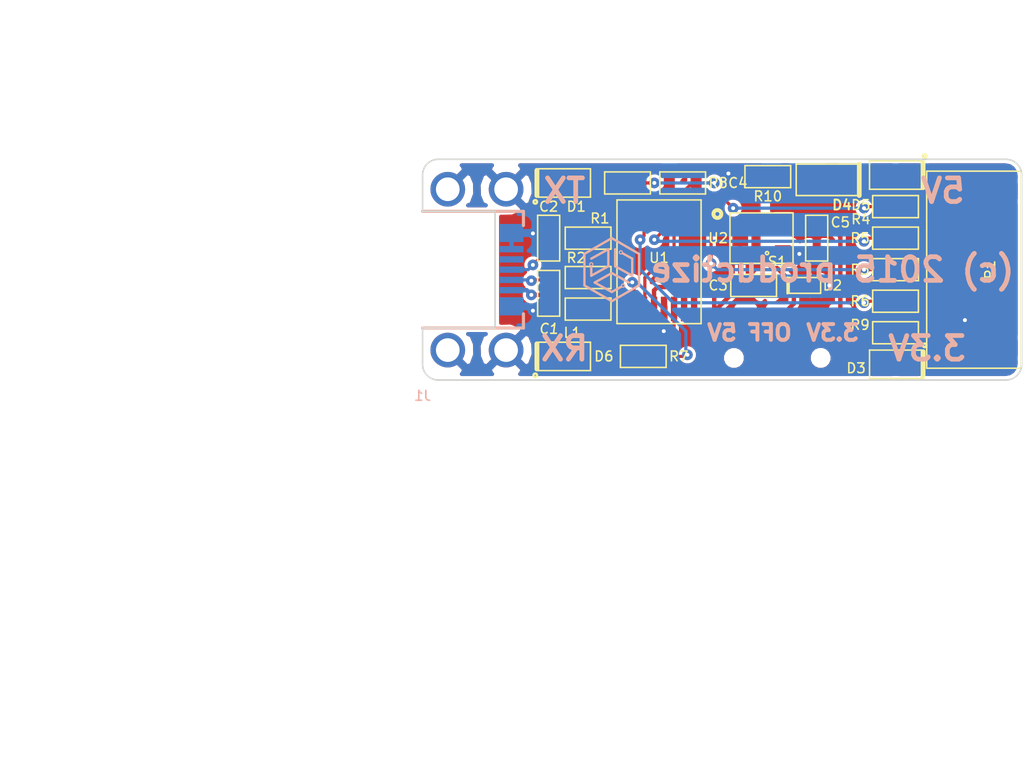
<source format=kicad_pcb>
(kicad_pcb (version 4) (host pcbnew "(2017-01-31 revision 99d7a3579)-4.0")

  (general
    (links 55)
    (no_connects 0)
    (area 156.2 52.3 224.448402 96.800001)
    (thickness 1.6)
    (drawings 24)
    (tracks 193)
    (zones 0)
    (modules 28)
    (nets 30)
  )

  (page A4)
  (layers
    (0 F.Cu signal)
    (31 B.Cu signal)
    (32 B.Adhes user)
    (33 F.Adhes user)
    (34 B.Paste user)
    (35 F.Paste user)
    (36 B.SilkS user)
    (37 F.SilkS user)
    (38 B.Mask user)
    (39 F.Mask user)
    (40 Dwgs.User user)
    (41 Cmts.User user)
    (42 Eco1.User user)
    (43 Eco2.User user)
    (44 Edge.Cuts user)
    (45 Margin user)
    (46 B.CrtYd user)
    (47 F.CrtYd user)
    (48 B.Fab user)
    (49 F.Fab user)
  )

  (setup
    (last_trace_width 0.2032)
    (trace_clearance 0.1524)
    (zone_clearance 0.2032)
    (zone_45_only no)
    (trace_min 0.1524)
    (segment_width 0.2)
    (edge_width 0.1)
    (via_size 0.675)
    (via_drill 0.25)
    (via_min_size 0.625)
    (via_min_drill 0.25)
    (uvia_size 0.508)
    (uvia_drill 0.127)
    (uvias_allowed no)
    (uvia_min_size 0.508)
    (uvia_min_drill 0.127)
    (pcb_text_width 0.3)
    (pcb_text_size 1.5 1.5)
    (mod_edge_width 0.15)
    (mod_text_size 1 1)
    (mod_text_width 0.15)
    (pad_size 2.2 2.2)
    (pad_drill 1.5)
    (pad_to_mask_clearance 0)
    (aux_axis_origin 0 0)
    (visible_elements 7FFFFF3F)
    (pcbplotparams
      (layerselection 0x010f0_80000001)
      (usegerberextensions true)
      (excludeedgelayer false)
      (linewidth 0.100000)
      (plotframeref false)
      (viasonmask false)
      (mode 1)
      (useauxorigin false)
      (hpglpennumber 1)
      (hpglpenspeed 20)
      (hpglpendiameter 15)
      (hpglpenoverlay 2)
      (psnegative false)
      (psa4output false)
      (plotreference true)
      (plotvalue true)
      (plotinvisibletext false)
      (padsonsilk false)
      (subtractmaskfromsilk false)
      (outputformat 1)
      (mirror false)
      (drillshape 0)
      (scaleselection 1)
      (outputdirectory /tmp))
  )

  (net 0 "")
  (net 1 GND)
  (net 2 +5V)
  (net 3 +3V3)
  (net 4 VCC)
  (net 5 +3.3VP)
  (net 6 /D-)
  (net 7 /D+)
  (net 8 /~RXLED2)
  (net 9 /~RXLED)
  (net 10 /~TXLED2)
  (net 11 /~TXLED)
  (net 12 /VBUS)
  (net 13 /~CTS2)
  (net 14 /TXD2)
  (net 15 /RXD2)
  (net 16 /~RTS2)
  (net 17 /USB+)
  (net 18 /USB-)
  (net 19 /TXD)
  (net 20 /~RTS)
  (net 21 /RXD)
  (net 22 /~CTS)
  (net 23 "Net-(D3-Pad1)")
  (net 24 "Net-(D4-Pad1)")
  (net 25 "Net-(D4-Pad2)")
  (net 26 "Net-(J1-Pad4)")
  (net 27 "Net-(S1-Pad2)")
  (net 28 "Net-(U1-Pad15)")
  (net 29 "Net-(U1-Pad16)")

  (net_class Default "This is the default net class."
    (clearance 0.1524)
    (trace_width 0.2032)
    (via_dia 0.675)
    (via_drill 0.25)
    (uvia_dia 0.508)
    (uvia_drill 0.127)
    (add_net +3.3VP)
    (add_net /D+)
    (add_net /D-)
    (add_net /RXD)
    (add_net /RXD2)
    (add_net /TXD)
    (add_net /TXD2)
    (add_net /USB+)
    (add_net /USB-)
    (add_net /~CTS)
    (add_net /~CTS2)
    (add_net /~RTS)
    (add_net /~RTS2)
    (add_net /~RXLED)
    (add_net /~RXLED2)
    (add_net /~TXLED)
    (add_net /~TXLED2)
    (add_net "Net-(D3-Pad1)")
    (add_net "Net-(D4-Pad1)")
    (add_net "Net-(D4-Pad2)")
    (add_net "Net-(J1-Pad4)")
    (add_net "Net-(S1-Pad2)")
    (add_net "Net-(U1-Pad15)")
    (add_net "Net-(U1-Pad16)")
  )

  (net_class 50Ohm ""
    (clearance 0.1524)
    (trace_width 0.5)
    (via_dia 0.675)
    (via_drill 0.25)
    (uvia_dia 0.508)
    (uvia_drill 0.127)
  )

  (net_class High-Power ""
    (clearance 0.1524)
    (trace_width 0.2794)
    (via_dia 0.675)
    (via_drill 0.25)
    (uvia_dia 0.508)
    (uvia_drill 0.127)
    (add_net +3V3)
    (add_net +5V)
    (add_net /VBUS)
    (add_net GND)
    (add_net VCC)
  )

  (net_class Power ""
    (clearance 0.1524)
    (trace_width 0.2032)
    (via_dia 0.675)
    (via_drill 0.25)
    (uvia_dia 0.508)
    (uvia_drill 0.127)
  )

  (net_class pull ""
    (clearance 0.1524)
    (trace_width 0.1524)
    (via_dia 0.675)
    (via_drill 0.25)
    (uvia_dia 0.508)
    (uvia_drill 0.127)
  )

  (module passive:0603_C (layer F.Cu) (tedit 55A0D649) (tstamp 559D5A49)
    (at 191 66.5 270)
    (descr "Generic 0603 footprint made slightly smaller for more densely populated boards used for resistor and capacitor")
    (path /559D6BDC)
    (fp_text reference C1 (at 2.25 0 360) (layer F.SilkS)
      (effects (font (size 0.625 0.625) (thickness 0.1) italic))
    )
    (fp_text value 47pF (at 0 1.4 270) (layer F.SilkS) hide
      (effects (font (size 0.625 0.625) (thickness 0.1)))
    )
    (fp_line (start -0.35 -0.45) (end 0.35 -0.45) (layer Dwgs.User) (width 0.1))
    (fp_line (start -0.35 0.45) (end 0.35 0.45) (layer Dwgs.User) (width 0.1))
    (fp_poly (pts (xy -0.85 -0.5) (xy -0.85 0.5) (xy -0.35 0.5) (xy -0.35 -0.5)
      (xy -0.85 -0.5)) (layer Dwgs.User) (width 0.15))
    (fp_poly (pts (xy 0.35 -0.5) (xy 0.35 0.5) (xy 0.85 0.5) (xy 0.85 -0.5)
      (xy 0.35 -0.5)) (layer Dwgs.User) (width 0.15))
    (fp_line (start -1.45 0.7) (end 1.45 0.7) (layer F.SilkS) (width 0.1))
    (fp_line (start 1.45 0.7) (end 1.45 -0.7) (layer F.SilkS) (width 0.1))
    (fp_line (start 1.45 -0.7) (end -1.45 -0.7) (layer F.SilkS) (width 0.1))
    (fp_line (start -1.45 -0.7) (end -1.45 0.7) (layer F.SilkS) (width 0.1))
    (pad 1 smd rect (at -0.85 0 270) (size 0.7 1) (layers F.Cu F.Paste F.Mask)
      (net 6 /D-))
    (pad 2 smd rect (at 0.85 0 270) (size 0.7 1) (layers F.Cu F.Paste F.Mask)
      (net 1 GND))
    (model C_0603J.wrl
      (at (xyz 0 0 0))
      (scale (xyz 1 1 1))
      (rotate (xyz 0 0 0))
    )
  )

  (module passive:0603_C (layer F.Cu) (tedit 55A0D4AE) (tstamp 559D5A4F)
    (at 191 63 90)
    (descr "Generic 0603 footprint made slightly smaller for more densely populated boards used for resistor and capacitor")
    (path /559D6C29)
    (fp_text reference C2 (at 2 0 180) (layer F.SilkS)
      (effects (font (size 0.625 0.625) (thickness 0.1)))
    )
    (fp_text value 47pF (at 0 1.4 90) (layer F.SilkS) hide
      (effects (font (size 0.625 0.625) (thickness 0.1)))
    )
    (fp_line (start -0.35 -0.45) (end 0.35 -0.45) (layer Dwgs.User) (width 0.1))
    (fp_line (start -0.35 0.45) (end 0.35 0.45) (layer Dwgs.User) (width 0.1))
    (fp_poly (pts (xy -0.85 -0.5) (xy -0.85 0.5) (xy -0.35 0.5) (xy -0.35 -0.5)
      (xy -0.85 -0.5)) (layer Dwgs.User) (width 0.15))
    (fp_poly (pts (xy 0.35 -0.5) (xy 0.35 0.5) (xy 0.85 0.5) (xy 0.85 -0.5)
      (xy 0.35 -0.5)) (layer Dwgs.User) (width 0.15))
    (fp_line (start -1.45 0.7) (end 1.45 0.7) (layer F.SilkS) (width 0.1))
    (fp_line (start 1.45 0.7) (end 1.45 -0.7) (layer F.SilkS) (width 0.1))
    (fp_line (start 1.45 -0.7) (end -1.45 -0.7) (layer F.SilkS) (width 0.1))
    (fp_line (start -1.45 -0.7) (end -1.45 0.7) (layer F.SilkS) (width 0.1))
    (pad 1 smd rect (at -0.85 0 90) (size 0.7 1) (layers F.Cu F.Paste F.Mask)
      (net 7 /D+))
    (pad 2 smd rect (at 0.85 0 90) (size 0.7 1) (layers F.Cu F.Paste F.Mask)
      (net 1 GND))
    (model C_0603J.wrl
      (at (xyz 0 0 0))
      (scale (xyz 1 1 1))
      (rotate (xyz 0 0 0))
    )
  )

  (module passive:0603_C (layer F.Cu) (tedit 55A0D699) (tstamp 559D5A55)
    (at 204 66)
    (descr "Generic 0603 footprint made slightly smaller for more densely populated boards used for resistor and capacitor")
    (path /559D6FF0)
    (fp_text reference C3 (at -2.25 0) (layer F.SilkS)
      (effects (font (size 0.625 0.625) (thickness 0.1)))
    )
    (fp_text value 4.7uF (at 0 1.4) (layer F.SilkS) hide
      (effects (font (size 0.625 0.625) (thickness 0.1)))
    )
    (fp_line (start -0.35 -0.45) (end 0.35 -0.45) (layer Dwgs.User) (width 0.1))
    (fp_line (start -0.35 0.45) (end 0.35 0.45) (layer Dwgs.User) (width 0.1))
    (fp_poly (pts (xy -0.85 -0.5) (xy -0.85 0.5) (xy -0.35 0.5) (xy -0.35 -0.5)
      (xy -0.85 -0.5)) (layer Dwgs.User) (width 0.15))
    (fp_poly (pts (xy 0.35 -0.5) (xy 0.35 0.5) (xy 0.85 0.5) (xy 0.85 -0.5)
      (xy 0.35 -0.5)) (layer Dwgs.User) (width 0.15))
    (fp_line (start -1.45 0.7) (end 1.45 0.7) (layer F.SilkS) (width 0.1))
    (fp_line (start 1.45 0.7) (end 1.45 -0.7) (layer F.SilkS) (width 0.1))
    (fp_line (start 1.45 -0.7) (end -1.45 -0.7) (layer F.SilkS) (width 0.1))
    (fp_line (start -1.45 -0.7) (end -1.45 0.7) (layer F.SilkS) (width 0.1))
    (pad 1 smd rect (at -0.85 0) (size 0.7 1) (layers F.Cu F.Paste F.Mask)
      (net 2 +5V))
    (pad 2 smd rect (at 0.85 0) (size 0.7 1) (layers F.Cu F.Paste F.Mask)
      (net 1 GND))
    (model C_0603J.wrl
      (at (xyz 0 0 0))
      (scale (xyz 1 1 1))
      (rotate (xyz 0 0 0))
    )
  )

  (module passive:0603_C (layer F.Cu) (tedit 55A0D6DA) (tstamp 559D5A5B)
    (at 208 63 270)
    (descr "Generic 0603 footprint made slightly smaller for more densely populated boards used for resistor and capacitor")
    (path /559D7067)
    (fp_text reference C5 (at -1 -1.5 360) (layer F.SilkS)
      (effects (font (size 0.625 0.625) (thickness 0.1)))
    )
    (fp_text value 4.7uF (at 0 1.4 270) (layer F.SilkS) hide
      (effects (font (size 0.625 0.625) (thickness 0.1)))
    )
    (fp_line (start -0.35 -0.45) (end 0.35 -0.45) (layer Dwgs.User) (width 0.1))
    (fp_line (start -0.35 0.45) (end 0.35 0.45) (layer Dwgs.User) (width 0.1))
    (fp_poly (pts (xy -0.85 -0.5) (xy -0.85 0.5) (xy -0.35 0.5) (xy -0.35 -0.5)
      (xy -0.85 -0.5)) (layer Dwgs.User) (width 0.15))
    (fp_poly (pts (xy 0.35 -0.5) (xy 0.35 0.5) (xy 0.85 0.5) (xy 0.85 -0.5)
      (xy 0.35 -0.5)) (layer Dwgs.User) (width 0.15))
    (fp_line (start -1.45 0.7) (end 1.45 0.7) (layer F.SilkS) (width 0.1))
    (fp_line (start 1.45 0.7) (end 1.45 -0.7) (layer F.SilkS) (width 0.1))
    (fp_line (start 1.45 -0.7) (end -1.45 -0.7) (layer F.SilkS) (width 0.1))
    (fp_line (start -1.45 -0.7) (end -1.45 0.7) (layer F.SilkS) (width 0.1))
    (pad 1 smd rect (at -0.85 0 270) (size 0.7 1) (layers F.Cu F.Paste F.Mask)
      (net 3 +3V3))
    (pad 2 smd rect (at 0.85 0 270) (size 0.7 1) (layers F.Cu F.Paste F.Mask)
      (net 1 GND))
    (model C_0603J.wrl
      (at (xyz 0 0 0))
      (scale (xyz 1 1 1))
      (rotate (xyz 0 0 0))
    )
  )

  (module led:0805_LED (layer F.Cu) (tedit 55A0D67A) (tstamp 559D5A61)
    (at 192 70.5 180)
    (descr "Generic 0805 footprint with LED direction marker")
    (path /559D5F06)
    (fp_text reference D6 (at -2.5 0 180) (layer F.SilkS)
      (effects (font (size 0.625 0.625) (thickness 0.1)))
    )
    (fp_text value LED (at 0 1.5 180) (layer F.SilkS) hide
      (effects (font (size 0.625 0.625) (thickness 0.1)))
    )
    (fp_circle (center 1.85 -1.2) (end 1.9 -1.1) (layer F.SilkS) (width 0.15))
    (fp_line (start -0.35 -0.65) (end 0.35 -0.65) (layer Dwgs.User) (width 0.1))
    (fp_line (start -0.35 0.65) (end 0.35 0.65) (layer Dwgs.User) (width 0.1))
    (fp_poly (pts (xy -1.1 -0.7) (xy -1.1 0.7) (xy -0.35 0.7) (xy -0.35 -0.7)
      (xy -1.1 -0.7)) (layer Dwgs.User) (width 0.15))
    (fp_poly (pts (xy 0.35 -0.7) (xy 0.35 0.7) (xy 1.1 0.7) (xy 1.1 -0.7)
      (xy 0.35 -0.7)) (layer Dwgs.User) (width 0.15))
    (fp_line (start -1.65 0.9) (end 1.65 0.9) (layer F.SilkS) (width 0.1))
    (fp_line (start 1.65 0.9) (end 1.65 -0.9) (layer F.SilkS) (width 0.1))
    (fp_line (start 1.65 -0.9) (end -1.65 -0.9) (layer F.SilkS) (width 0.1))
    (fp_line (start -1.65 -0.9) (end -1.65 0.9) (layer F.SilkS) (width 0.1))
    (fp_line (start 1.75 0.8) (end 1.75 -0.8) (layer F.SilkS) (width 0.3))
    (pad 1 smd rect (at -0.85 0 180) (size 1.3 1.5) (layers F.Cu F.Paste F.Mask)
      (net 8 /~RXLED2))
    (pad 2 smd rect (at 0.85 0 180) (size 1.3 1.5) (layers F.Cu F.Paste F.Mask)
      (net 9 /~RXLED))
    (model led_0805.wrl
      (at (xyz 0 0 0))
      (scale (xyz 1 1 1))
      (rotate (xyz 0 0 0))
    )
  )

  (module led:0805_LED (layer F.Cu) (tedit 55A0D642) (tstamp 559D5A67)
    (at 192 59.5 180)
    (descr "Generic 0805 footprint with LED direction marker")
    (path /559D5F95)
    (fp_text reference D1 (at -0.75 -1.5 180) (layer F.SilkS)
      (effects (font (size 0.625 0.625) (thickness 0.1)))
    )
    (fp_text value LED (at 0 1.5 180) (layer F.SilkS) hide
      (effects (font (size 0.625 0.625) (thickness 0.1)))
    )
    (fp_circle (center 1.85 -1.2) (end 1.9 -1.1) (layer F.SilkS) (width 0.15))
    (fp_line (start -0.35 -0.65) (end 0.35 -0.65) (layer Dwgs.User) (width 0.1))
    (fp_line (start -0.35 0.65) (end 0.35 0.65) (layer Dwgs.User) (width 0.1))
    (fp_poly (pts (xy -1.1 -0.7) (xy -1.1 0.7) (xy -0.35 0.7) (xy -0.35 -0.7)
      (xy -1.1 -0.7)) (layer Dwgs.User) (width 0.15))
    (fp_poly (pts (xy 0.35 -0.7) (xy 0.35 0.7) (xy 1.1 0.7) (xy 1.1 -0.7)
      (xy 0.35 -0.7)) (layer Dwgs.User) (width 0.15))
    (fp_line (start -1.65 0.9) (end 1.65 0.9) (layer F.SilkS) (width 0.1))
    (fp_line (start 1.65 0.9) (end 1.65 -0.9) (layer F.SilkS) (width 0.1))
    (fp_line (start 1.65 -0.9) (end -1.65 -0.9) (layer F.SilkS) (width 0.1))
    (fp_line (start -1.65 -0.9) (end -1.65 0.9) (layer F.SilkS) (width 0.1))
    (fp_line (start 1.75 0.8) (end 1.75 -0.8) (layer F.SilkS) (width 0.3))
    (pad 1 smd rect (at -0.85 0 180) (size 1.3 1.5) (layers F.Cu F.Paste F.Mask)
      (net 10 /~TXLED2))
    (pad 2 smd rect (at 0.85 0 180) (size 1.3 1.5) (layers F.Cu F.Paste F.Mask)
      (net 11 /~TXLED))
    (model led_0805.wrl
      (at (xyz 0 0 0))
      (scale (xyz 1 1 1))
      (rotate (xyz 0 0 0))
    )
  )

  (module discrete:NXP-PESD-SOD523-SC-79 (layer F.Cu) (tedit 55A0D6A5) (tstamp 559D5A6D)
    (at 207.25 66 180)
    (descr "NXP SOD523 package as used in PESD5V0S1UB")
    (path /559D8AD1)
    (fp_text reference D2 (at -1.75 0 180) (layer F.SilkS)
      (effects (font (size 0.625 0.625) (thickness 0.1)))
    )
    (fp_text value TVS (at 0 1.4 180) (layer F.SilkS) hide
      (effects (font (size 0.625 0.625) (thickness 0.1)))
    )
    (fp_poly (pts (xy -0.9 -0.25) (xy -0.9 0.25) (xy -0.5 0.25) (xy -0.5 -0.25)
      (xy -0.9 -0.25)) (layer Dwgs.User) (width 0))
    (fp_poly (pts (xy 0.5 -0.25) (xy 0.5 0.25) (xy 0.9 0.25) (xy 0.9 -0.25)
      (xy 0.5 -0.25)) (layer Dwgs.User) (width 0))
    (fp_line (start -0.625 0.425) (end 0.625 0.425) (layer Dwgs.User) (width 0.1))
    (fp_line (start 0.625 0.425) (end 0.625 -0.425) (layer Dwgs.User) (width 0.1))
    (fp_line (start 0.625 -0.425) (end -0.625 -0.425) (layer Dwgs.User) (width 0.1))
    (fp_line (start -0.625 -0.425) (end -0.625 0.425) (layer Dwgs.User) (width 0.1))
    (fp_line (start -1 0.5) (end 1 0.5) (layer F.SilkS) (width 0.1))
    (fp_line (start 1 0.5) (end 1 -0.5) (layer F.SilkS) (width 0.1))
    (fp_line (start 1 -0.5) (end -1 -0.5) (layer F.SilkS) (width 0.1))
    (fp_line (start -1 -0.5) (end -1 0.5) (layer F.SilkS) (width 0.1))
    (fp_line (start 1.1 0.5) (end 1.1 -0.5) (layer F.SilkS) (width 0.15))
    (pad 1 smd rect (at -0.7 0 180) (size 0.5 0.6) (layers F.Cu F.Paste F.Mask)
      (net 1 GND))
    (pad 2 smd rect (at 0.7 0 180) (size 0.5 0.6) (layers F.Cu F.Paste F.Mask)
      (net 4 VCC))
  )

  (module led:0805_LED (layer F.Cu) (tedit 55A0D6DE) (tstamp 559D5A73)
    (at 213 71)
    (descr "Generic 0805 footprint with LED direction marker")
    (path /559DA0D6)
    (fp_text reference D3 (at -2.5 0.25) (layer F.SilkS)
      (effects (font (size 0.625 0.625) (thickness 0.1)))
    )
    (fp_text value LED (at 0 1.5) (layer F.SilkS) hide
      (effects (font (size 0.625 0.625) (thickness 0.1)))
    )
    (fp_circle (center 1.85 -1.2) (end 1.9 -1.1) (layer F.SilkS) (width 0.15))
    (fp_line (start -0.35 -0.65) (end 0.35 -0.65) (layer Dwgs.User) (width 0.1))
    (fp_line (start -0.35 0.65) (end 0.35 0.65) (layer Dwgs.User) (width 0.1))
    (fp_poly (pts (xy -1.1 -0.7) (xy -1.1 0.7) (xy -0.35 0.7) (xy -0.35 -0.7)
      (xy -1.1 -0.7)) (layer Dwgs.User) (width 0.15))
    (fp_poly (pts (xy 0.35 -0.7) (xy 0.35 0.7) (xy 1.1 0.7) (xy 1.1 -0.7)
      (xy 0.35 -0.7)) (layer Dwgs.User) (width 0.15))
    (fp_line (start -1.65 0.9) (end 1.65 0.9) (layer F.SilkS) (width 0.1))
    (fp_line (start 1.65 0.9) (end 1.65 -0.9) (layer F.SilkS) (width 0.1))
    (fp_line (start 1.65 -0.9) (end -1.65 -0.9) (layer F.SilkS) (width 0.1))
    (fp_line (start -1.65 -0.9) (end -1.65 0.9) (layer F.SilkS) (width 0.1))
    (fp_line (start 1.75 0.8) (end 1.75 -0.8) (layer F.SilkS) (width 0.3))
    (pad 1 smd rect (at -0.85 0) (size 1.3 1.5) (layers F.Cu F.Paste F.Mask)
      (net 23 "Net-(D3-Pad1)"))
    (pad 2 smd rect (at 0.85 0) (size 1.3 1.5) (layers F.Cu F.Paste F.Mask)
      (net 1 GND))
    (model led_0805.wrl
      (at (xyz 0 0 0))
      (scale (xyz 1 1 1))
      (rotate (xyz 0 0 0))
    )
  )

  (module led:0805_LED (layer F.Cu) (tedit 55BA42E5) (tstamp 559D5A7F)
    (at 213 59)
    (descr "Generic 0805 footprint with LED direction marker")
    (path /559DA899)
    (fp_text reference D5 (at -2.2 1.9 180) (layer F.SilkS)
      (effects (font (size 0.625 0.625) (thickness 0.1)))
    )
    (fp_text value LED (at 0 1.5) (layer F.SilkS) hide
      (effects (font (size 0.625 0.625) (thickness 0.1)))
    )
    (fp_circle (center 1.85 -1.2) (end 1.9 -1.1) (layer F.SilkS) (width 0.15))
    (fp_line (start -0.35 -0.65) (end 0.35 -0.65) (layer Dwgs.User) (width 0.1))
    (fp_line (start -0.35 0.65) (end 0.35 0.65) (layer Dwgs.User) (width 0.1))
    (fp_poly (pts (xy -1.1 -0.7) (xy -1.1 0.7) (xy -0.35 0.7) (xy -0.35 -0.7)
      (xy -1.1 -0.7)) (layer Dwgs.User) (width 0.15))
    (fp_poly (pts (xy 0.35 -0.7) (xy 0.35 0.7) (xy 1.1 0.7) (xy 1.1 -0.7)
      (xy 0.35 -0.7)) (layer Dwgs.User) (width 0.15))
    (fp_line (start -1.65 0.9) (end 1.65 0.9) (layer F.SilkS) (width 0.1))
    (fp_line (start 1.65 0.9) (end 1.65 -0.9) (layer F.SilkS) (width 0.1))
    (fp_line (start 1.65 -0.9) (end -1.65 -0.9) (layer F.SilkS) (width 0.1))
    (fp_line (start -1.65 -0.9) (end -1.65 0.9) (layer F.SilkS) (width 0.1))
    (fp_line (start 1.75 0.8) (end 1.75 -0.8) (layer F.SilkS) (width 0.3))
    (pad 1 smd rect (at -0.85 0) (size 1.3 1.5) (layers F.Cu F.Paste F.Mask)
      (net 25 "Net-(D4-Pad2)"))
    (pad 2 smd rect (at 0.85 0) (size 1.3 1.5) (layers F.Cu F.Paste F.Mask)
      (net 1 GND))
    (model led_0805.wrl
      (at (xyz 0 0 0))
      (scale (xyz 1 1 1))
      (rotate (xyz 0 0 0))
    )
  )

  (module conn:USB-MICRO-B-FCI-10103593-0001LF (layer B.Cu) (tedit 559D5A17) (tstamp 559D5A8E)
    (at 183 65)
    (descr "RS 714-2338")
    (path /559D51DB)
    (fp_text reference J1 (at 0 8) (layer B.SilkS)
      (effects (font (size 0.625 0.625) (thickness 0.1)) (justify mirror))
    )
    (fp_text value MICRO-USB-B-alt (at 0.564315 11.9899) (layer B.SilkS) hide
      (effects (font (thickness 0.15)) (justify mirror))
    )
    (fp_line (start 0 -4.7) (end 0 4.7) (layer Dwgs.User) (width 0.2))
    (fp_line (start 0 3.7) (end -0.62 3.7) (layer Dwgs.User) (width 0.2))
    (fp_line (start 0 -3.7) (end -0.62 -3.7) (layer Dwgs.User) (width 0.2))
    (fp_line (start -0.62 -3.7) (end -0.62 3.7) (layer Dwgs.User) (width 0.2))
    (fp_line (start 0 3.7) (end 6.4 3.7) (layer B.SilkS) (width 0.2))
    (fp_line (start 0 -3.7) (end 6.4 -3.7) (layer B.SilkS) (width 0.2))
    (fp_line (start 6.4 3.7) (end 6.4 2.8) (layer B.SilkS) (width 0.2))
    (fp_line (start 6.4 -3.7) (end 6.4 -2.8) (layer B.SilkS) (width 0.2))
    (fp_line (start 4.6 3.7) (end 4.6 -3.7) (layer Dwgs.User) (width 0.2))
    (pad 10 thru_hole circle (at 5.3 -5.1) (size 2.2 2.2) (drill 1.5) (layers *.Cu *.Mask)
      (net 1 GND))
    (pad 11 thru_hole circle (at 5.3 5.1 180) (size 2.2 2.2) (drill 1.5) (layers *.Cu *.Mask)
      (net 1 GND))
    (pad 8 thru_hole circle (at 1.6 -5.1) (size 2.2 2.2) (drill 1.5) (layers *.Cu *.Mask)
      (net 1 GND))
    (pad 9 thru_hole circle (at 1.6 5.1 180) (size 2.2 2.2) (drill 1.5) (layers *.Cu *.Mask)
      (net 1 GND))
    (pad 1 smd rect (at 5.65 1.3) (size 1.5 0.4) (layers B.Cu B.Paste B.Mask)
      (net 12 /VBUS))
    (pad 2 smd rect (at 5.65 0.65) (size 1.5 0.4) (layers B.Cu B.Paste B.Mask)
      (net 6 /D-))
    (pad 3 smd rect (at 5.65 0) (size 1.5 0.4) (layers B.Cu B.Paste B.Mask)
      (net 7 /D+))
    (pad 4 smd rect (at 5.65 -0.65) (size 1.5 0.4) (layers B.Cu B.Paste B.Mask)
      (net 26 "Net-(J1-Pad4)"))
    (pad 5 smd rect (at 5.65 -1.3) (size 1.5 0.4) (layers B.Cu B.Paste B.Mask)
      (net 1 GND))
    (pad 7 smd rect (at 5.65 2.325) (size 1.5 1.15) (layers B.Cu B.Paste B.Mask)
      (net 1 GND))
    (pad 6 smd rect (at 5.65 -2.325) (size 1.5 1.15) (layers B.Cu B.Paste B.Mask)
      (net 1 GND))
  )

  (module passive:0603_L (layer F.Cu) (tedit 55A0D648) (tstamp 559D5A94)
    (at 193.5 67.5)
    (descr "Generic 0603 footprint made slightly smaller for more densely populated boards used for resistor and capacitor")
    (path /559D5323)
    (fp_text reference L1 (at -1 1.5) (layer F.SilkS)
      (effects (font (size 0.625 0.625) (thickness 0.1)))
    )
    (fp_text value FB (at 0 1.4) (layer F.SilkS) hide
      (effects (font (size 0.625 0.625) (thickness 0.1)))
    )
    (fp_line (start -0.35 -0.45) (end 0.35 -0.45) (layer Dwgs.User) (width 0.1))
    (fp_line (start -0.35 0.45) (end 0.35 0.45) (layer Dwgs.User) (width 0.1))
    (fp_poly (pts (xy -0.85 -0.5) (xy -0.85 0.5) (xy -0.35 0.5) (xy -0.35 -0.5)
      (xy -0.85 -0.5)) (layer Dwgs.User) (width 0.15))
    (fp_poly (pts (xy 0.35 -0.5) (xy 0.35 0.5) (xy 0.85 0.5) (xy 0.85 -0.5)
      (xy 0.35 -0.5)) (layer Dwgs.User) (width 0.15))
    (fp_line (start -1.45 0.7) (end 1.45 0.7) (layer F.SilkS) (width 0.1))
    (fp_line (start 1.45 0.7) (end 1.45 -0.7) (layer F.SilkS) (width 0.1))
    (fp_line (start 1.45 -0.7) (end -1.45 -0.7) (layer F.SilkS) (width 0.1))
    (fp_line (start -1.45 -0.7) (end -1.45 0.7) (layer F.SilkS) (width 0.1))
    (pad 1 smd rect (at -0.85 0) (size 0.7 1) (layers F.Cu F.Paste F.Mask)
      (net 12 /VBUS))
    (pad 2 smd rect (at 0.85 0) (size 0.7 1) (layers F.Cu F.Paste F.Mask)
      (net 2 +5V))
    (model C_0603J.wrl
      (at (xyz 0 0 0))
      (scale (xyz 1 1 1))
      (rotate (xyz 0 0 0))
    )
  )

  (module conn:JST-eGH-1.25mm-SMD-top-6 (layer F.Cu) (tedit 55A0D5B6) (tstamp 559D5AAD)
    (at 216 65 90)
    (path /559D4B38)
    (fp_text reference P1 (at 0 3 90) (layer F.SilkS)
      (effects (font (size 0.625 0.625) (thickness 0.1)))
    )
    (fp_text value CONN_01X06 (at 0 7 90) (layer F.SilkS) hide
      (effects (font (thickness 0.15)))
    )
    (fp_line (start -6 4.45) (end 6 4.45) (layer Dwgs.User) (width 0.1))
    (fp_line (start 6 4.45) (end 6 0.2) (layer Dwgs.User) (width 0.1))
    (fp_line (start 6 0.2) (end -6 0.2) (layer Dwgs.User) (width 0.1))
    (fp_line (start -6 0.2) (end -6 4.45) (layer Dwgs.User) (width 0.1))
    (fp_line (start -6.25 4.975) (end 6.25 4.975) (layer F.SilkS) (width 0.1))
    (fp_line (start 6.25 4.975) (end 6.25 -1.025) (layer F.SilkS) (width 0.1))
    (fp_line (start 6.25 -1.025) (end -6.25 -1.025) (layer F.SilkS) (width 0.1))
    (fp_line (start -6.25 -1.025) (end -6.25 4.975) (layer F.SilkS) (width 0.1))
    (pad 1 smd rect (at -3.125 0 90) (size 0.6 1.7) (layers F.Cu F.Paste F.Mask)
      (net 1 GND))
    (pad 2 smd rect (at -1.875 0 90) (size 0.6 1.7) (layers F.Cu F.Paste F.Mask)
      (net 13 /~CTS2))
    (pad 3 smd rect (at -0.625 0 90) (size 0.6 1.7) (layers F.Cu F.Paste F.Mask)
      (net 4 VCC))
    (pad 4 smd rect (at 0.625 0 90) (size 0.6 1.7) (layers F.Cu F.Paste F.Mask)
      (net 14 /TXD2))
    (pad 5 smd rect (at 1.875 0 90) (size 0.6 1.7) (layers F.Cu F.Paste F.Mask)
      (net 15 /RXD2))
    (pad 6 smd rect (at 3.125 0 90) (size 0.6 1.7) (layers F.Cu F.Paste F.Mask)
      (net 16 /~RTS2))
    (pad 7 smd rect (at -4.975 3.35 90) (size 1 2.8) (layers F.Cu F.Paste F.Mask))
    (pad 8 smd rect (at 4.975 3.35 90) (size 1 2.8) (layers F.Cu F.Paste F.Mask))
  )

  (module passive:0603_R (layer F.Cu) (tedit 55A0D644) (tstamp 559D5AB3)
    (at 193.5 63)
    (descr "Generic 0603 footprint made slightly smaller for more densely populated boards used for resistor and capacitor")
    (path /559D54BF)
    (fp_text reference R1 (at 0.75 -1.25) (layer F.SilkS)
      (effects (font (size 0.625 0.625) (thickness 0.1)))
    )
    (fp_text value 27 (at 0 1.4) (layer F.SilkS) hide
      (effects (font (size 0.625 0.625) (thickness 0.1)))
    )
    (fp_line (start -0.35 -0.45) (end 0.35 -0.45) (layer Dwgs.User) (width 0.1))
    (fp_line (start -0.35 0.45) (end 0.35 0.45) (layer Dwgs.User) (width 0.1))
    (fp_poly (pts (xy -0.85 -0.5) (xy -0.85 0.5) (xy -0.35 0.5) (xy -0.35 -0.5)
      (xy -0.85 -0.5)) (layer Dwgs.User) (width 0.15))
    (fp_poly (pts (xy 0.35 -0.5) (xy 0.35 0.5) (xy 0.85 0.5) (xy 0.85 -0.5)
      (xy 0.35 -0.5)) (layer Dwgs.User) (width 0.15))
    (fp_line (start -1.45 0.7) (end 1.45 0.7) (layer F.SilkS) (width 0.1))
    (fp_line (start 1.45 0.7) (end 1.45 -0.7) (layer F.SilkS) (width 0.1))
    (fp_line (start 1.45 -0.7) (end -1.45 -0.7) (layer F.SilkS) (width 0.1))
    (fp_line (start -1.45 -0.7) (end -1.45 0.7) (layer F.SilkS) (width 0.1))
    (pad 1 smd rect (at -0.85 0) (size 0.7 1) (layers F.Cu F.Paste F.Mask)
      (net 7 /D+))
    (pad 2 smd rect (at 0.85 0) (size 0.7 1) (layers F.Cu F.Paste F.Mask)
      (net 17 /USB+))
    (model R_0603.wrl
      (at (xyz 0 0 0))
      (scale (xyz 1 1 1))
      (rotate (xyz 0 0 0))
    )
  )

  (module passive:0603_R (layer F.Cu) (tedit 55A0D646) (tstamp 559D5AB9)
    (at 193.5 65.5)
    (descr "Generic 0603 footprint made slightly smaller for more densely populated boards used for resistor and capacitor")
    (path /559D546F)
    (fp_text reference R2 (at -0.75 -1.25) (layer F.SilkS)
      (effects (font (size 0.625 0.625) (thickness 0.1)))
    )
    (fp_text value 27 (at 0 1.4) (layer F.SilkS) hide
      (effects (font (size 0.625 0.625) (thickness 0.1)))
    )
    (fp_line (start -0.35 -0.45) (end 0.35 -0.45) (layer Dwgs.User) (width 0.1))
    (fp_line (start -0.35 0.45) (end 0.35 0.45) (layer Dwgs.User) (width 0.1))
    (fp_poly (pts (xy -0.85 -0.5) (xy -0.85 0.5) (xy -0.35 0.5) (xy -0.35 -0.5)
      (xy -0.85 -0.5)) (layer Dwgs.User) (width 0.15))
    (fp_poly (pts (xy 0.35 -0.5) (xy 0.35 0.5) (xy 0.85 0.5) (xy 0.85 -0.5)
      (xy 0.35 -0.5)) (layer Dwgs.User) (width 0.15))
    (fp_line (start -1.45 0.7) (end 1.45 0.7) (layer F.SilkS) (width 0.1))
    (fp_line (start 1.45 0.7) (end 1.45 -0.7) (layer F.SilkS) (width 0.1))
    (fp_line (start 1.45 -0.7) (end -1.45 -0.7) (layer F.SilkS) (width 0.1))
    (fp_line (start -1.45 -0.7) (end -1.45 0.7) (layer F.SilkS) (width 0.1))
    (pad 1 smd rect (at -0.85 0) (size 0.7 1) (layers F.Cu F.Paste F.Mask)
      (net 6 /D-))
    (pad 2 smd rect (at 0.85 0) (size 0.7 1) (layers F.Cu F.Paste F.Mask)
      (net 18 /USB-))
    (model R_0603.wrl
      (at (xyz 0 0 0))
      (scale (xyz 1 1 1))
      (rotate (xyz 0 0 0))
    )
  )

  (module passive:0603_R (layer F.Cu) (tedit 55A0D6B3) (tstamp 559D5ABF)
    (at 213 65)
    (descr "Generic 0603 footprint made slightly smaller for more densely populated boards used for resistor and capacitor")
    (path /559D6285)
    (fp_text reference R3 (at -2.25 0 180) (layer F.SilkS)
      (effects (font (size 0.625 0.625) (thickness 0.1)))
    )
    (fp_text value 27 (at 0 1.4) (layer F.SilkS) hide
      (effects (font (size 0.625 0.625) (thickness 0.1)))
    )
    (fp_line (start -0.35 -0.45) (end 0.35 -0.45) (layer Dwgs.User) (width 0.1))
    (fp_line (start -0.35 0.45) (end 0.35 0.45) (layer Dwgs.User) (width 0.1))
    (fp_poly (pts (xy -0.85 -0.5) (xy -0.85 0.5) (xy -0.35 0.5) (xy -0.35 -0.5)
      (xy -0.85 -0.5)) (layer Dwgs.User) (width 0.15))
    (fp_poly (pts (xy 0.35 -0.5) (xy 0.35 0.5) (xy 0.85 0.5) (xy 0.85 -0.5)
      (xy 0.35 -0.5)) (layer Dwgs.User) (width 0.15))
    (fp_line (start -1.45 0.7) (end 1.45 0.7) (layer F.SilkS) (width 0.1))
    (fp_line (start 1.45 0.7) (end 1.45 -0.7) (layer F.SilkS) (width 0.1))
    (fp_line (start 1.45 -0.7) (end -1.45 -0.7) (layer F.SilkS) (width 0.1))
    (fp_line (start -1.45 -0.7) (end -1.45 0.7) (layer F.SilkS) (width 0.1))
    (pad 1 smd rect (at -0.85 0) (size 0.7 1) (layers F.Cu F.Paste F.Mask)
      (net 19 /TXD))
    (pad 2 smd rect (at 0.85 0) (size 0.7 1) (layers F.Cu F.Paste F.Mask)
      (net 14 /TXD2))
    (model R_0603.wrl
      (at (xyz 0 0 0))
      (scale (xyz 1 1 1))
      (rotate (xyz 0 0 0))
    )
  )

  (module passive:0603_R (layer F.Cu) (tedit 55BA42E9) (tstamp 559D5AC5)
    (at 213 61)
    (descr "Generic 0603 footprint made slightly smaller for more densely populated boards used for resistor and capacitor")
    (path /559D630B)
    (fp_text reference R4 (at -2.2 0.8 180) (layer F.SilkS)
      (effects (font (size 0.625 0.625) (thickness 0.1)))
    )
    (fp_text value 27 (at 0 1.4) (layer F.SilkS) hide
      (effects (font (size 0.625 0.625) (thickness 0.1)))
    )
    (fp_line (start -0.35 -0.45) (end 0.35 -0.45) (layer Dwgs.User) (width 0.1))
    (fp_line (start -0.35 0.45) (end 0.35 0.45) (layer Dwgs.User) (width 0.1))
    (fp_poly (pts (xy -0.85 -0.5) (xy -0.85 0.5) (xy -0.35 0.5) (xy -0.35 -0.5)
      (xy -0.85 -0.5)) (layer Dwgs.User) (width 0.15))
    (fp_poly (pts (xy 0.35 -0.5) (xy 0.35 0.5) (xy 0.85 0.5) (xy 0.85 -0.5)
      (xy 0.35 -0.5)) (layer Dwgs.User) (width 0.15))
    (fp_line (start -1.45 0.7) (end 1.45 0.7) (layer F.SilkS) (width 0.1))
    (fp_line (start 1.45 0.7) (end 1.45 -0.7) (layer F.SilkS) (width 0.1))
    (fp_line (start 1.45 -0.7) (end -1.45 -0.7) (layer F.SilkS) (width 0.1))
    (fp_line (start -1.45 -0.7) (end -1.45 0.7) (layer F.SilkS) (width 0.1))
    (pad 1 smd rect (at -0.85 0) (size 0.7 1) (layers F.Cu F.Paste F.Mask)
      (net 20 /~RTS))
    (pad 2 smd rect (at 0.85 0) (size 0.7 1) (layers F.Cu F.Paste F.Mask)
      (net 16 /~RTS2))
    (model R_0603.wrl
      (at (xyz 0 0 0))
      (scale (xyz 1 1 1))
      (rotate (xyz 0 0 0))
    )
  )

  (module passive:0603_R (layer F.Cu) (tedit 55A0D6B1) (tstamp 559D5ACB)
    (at 213 63)
    (descr "Generic 0603 footprint made slightly smaller for more densely populated boards used for resistor and capacitor")
    (path /559D62DD)
    (fp_text reference R5 (at -2.25 0 180) (layer F.SilkS)
      (effects (font (size 0.625 0.625) (thickness 0.1)))
    )
    (fp_text value 27 (at 0 1.4) (layer F.SilkS) hide
      (effects (font (size 0.625 0.625) (thickness 0.1)))
    )
    (fp_line (start -0.35 -0.45) (end 0.35 -0.45) (layer Dwgs.User) (width 0.1))
    (fp_line (start -0.35 0.45) (end 0.35 0.45) (layer Dwgs.User) (width 0.1))
    (fp_poly (pts (xy -0.85 -0.5) (xy -0.85 0.5) (xy -0.35 0.5) (xy -0.35 -0.5)
      (xy -0.85 -0.5)) (layer Dwgs.User) (width 0.15))
    (fp_poly (pts (xy 0.35 -0.5) (xy 0.35 0.5) (xy 0.85 0.5) (xy 0.85 -0.5)
      (xy 0.35 -0.5)) (layer Dwgs.User) (width 0.15))
    (fp_line (start -1.45 0.7) (end 1.45 0.7) (layer F.SilkS) (width 0.1))
    (fp_line (start 1.45 0.7) (end 1.45 -0.7) (layer F.SilkS) (width 0.1))
    (fp_line (start 1.45 -0.7) (end -1.45 -0.7) (layer F.SilkS) (width 0.1))
    (fp_line (start -1.45 -0.7) (end -1.45 0.7) (layer F.SilkS) (width 0.1))
    (pad 1 smd rect (at -0.85 0) (size 0.7 1) (layers F.Cu F.Paste F.Mask)
      (net 21 /RXD))
    (pad 2 smd rect (at 0.85 0) (size 0.7 1) (layers F.Cu F.Paste F.Mask)
      (net 15 /RXD2))
    (model R_0603.wrl
      (at (xyz 0 0 0))
      (scale (xyz 1 1 1))
      (rotate (xyz 0 0 0))
    )
  )

  (module passive:0603_R (layer F.Cu) (tedit 55A0D6B6) (tstamp 559D5AD1)
    (at 213 67)
    (descr "Generic 0603 footprint made slightly smaller for more densely populated boards used for resistor and capacitor")
    (path /559D6343)
    (fp_text reference R6 (at -2.25 0 180) (layer F.SilkS)
      (effects (font (size 0.625 0.625) (thickness 0.1)))
    )
    (fp_text value 27 (at 0 1.4) (layer F.SilkS) hide
      (effects (font (size 0.625 0.625) (thickness 0.1)))
    )
    (fp_line (start -0.35 -0.45) (end 0.35 -0.45) (layer Dwgs.User) (width 0.1))
    (fp_line (start -0.35 0.45) (end 0.35 0.45) (layer Dwgs.User) (width 0.1))
    (fp_poly (pts (xy -0.85 -0.5) (xy -0.85 0.5) (xy -0.35 0.5) (xy -0.35 -0.5)
      (xy -0.85 -0.5)) (layer Dwgs.User) (width 0.15))
    (fp_poly (pts (xy 0.35 -0.5) (xy 0.35 0.5) (xy 0.85 0.5) (xy 0.85 -0.5)
      (xy 0.35 -0.5)) (layer Dwgs.User) (width 0.15))
    (fp_line (start -1.45 0.7) (end 1.45 0.7) (layer F.SilkS) (width 0.1))
    (fp_line (start 1.45 0.7) (end 1.45 -0.7) (layer F.SilkS) (width 0.1))
    (fp_line (start 1.45 -0.7) (end -1.45 -0.7) (layer F.SilkS) (width 0.1))
    (fp_line (start -1.45 -0.7) (end -1.45 0.7) (layer F.SilkS) (width 0.1))
    (pad 1 smd rect (at -0.85 0) (size 0.7 1) (layers F.Cu F.Paste F.Mask)
      (net 22 /~CTS))
    (pad 2 smd rect (at 0.85 0) (size 0.7 1) (layers F.Cu F.Paste F.Mask)
      (net 13 /~CTS2))
    (model R_0603.wrl
      (at (xyz 0 0 0))
      (scale (xyz 1 1 1))
      (rotate (xyz 0 0 0))
    )
  )

  (module passive:0603_R (layer F.Cu) (tedit 55A0D67E) (tstamp 559D5AD7)
    (at 197 70.5)
    (descr "Generic 0603 footprint made slightly smaller for more densely populated boards used for resistor and capacitor")
    (path /559D5FBD)
    (fp_text reference R7 (at 2.25 0) (layer F.SilkS)
      (effects (font (size 0.625 0.625) (thickness 0.1)))
    )
    (fp_text value 1k (at 0 1.4) (layer F.SilkS) hide
      (effects (font (size 0.625 0.625) (thickness 0.1)))
    )
    (fp_line (start -0.35 -0.45) (end 0.35 -0.45) (layer Dwgs.User) (width 0.1))
    (fp_line (start -0.35 0.45) (end 0.35 0.45) (layer Dwgs.User) (width 0.1))
    (fp_poly (pts (xy -0.85 -0.5) (xy -0.85 0.5) (xy -0.35 0.5) (xy -0.35 -0.5)
      (xy -0.85 -0.5)) (layer Dwgs.User) (width 0.15))
    (fp_poly (pts (xy 0.35 -0.5) (xy 0.35 0.5) (xy 0.85 0.5) (xy 0.85 -0.5)
      (xy 0.35 -0.5)) (layer Dwgs.User) (width 0.15))
    (fp_line (start -1.45 0.7) (end 1.45 0.7) (layer F.SilkS) (width 0.1))
    (fp_line (start 1.45 0.7) (end 1.45 -0.7) (layer F.SilkS) (width 0.1))
    (fp_line (start 1.45 -0.7) (end -1.45 -0.7) (layer F.SilkS) (width 0.1))
    (fp_line (start -1.45 -0.7) (end -1.45 0.7) (layer F.SilkS) (width 0.1))
    (pad 1 smd rect (at -0.85 0) (size 0.7 1) (layers F.Cu F.Paste F.Mask)
      (net 8 /~RXLED2))
    (pad 2 smd rect (at 0.85 0) (size 0.7 1) (layers F.Cu F.Paste F.Mask)
      (net 5 +3.3VP))
    (model R_0603.wrl
      (at (xyz 0 0 0))
      (scale (xyz 1 1 1))
      (rotate (xyz 0 0 0))
    )
  )

  (module passive:0603_R (layer F.Cu) (tedit 55B60C44) (tstamp 559D5ADD)
    (at 196 59.5)
    (descr "Generic 0603 footprint made slightly smaller for more densely populated boards used for resistor and capacitor")
    (path /559D6037)
    (fp_text reference R8 (at 5.75 0) (layer F.SilkS)
      (effects (font (size 0.625 0.625) (thickness 0.1)))
    )
    (fp_text value 1k (at 0 1.4) (layer F.SilkS) hide
      (effects (font (size 0.625 0.625) (thickness 0.1)))
    )
    (fp_line (start -0.35 -0.45) (end 0.35 -0.45) (layer Dwgs.User) (width 0.1))
    (fp_line (start -0.35 0.45) (end 0.35 0.45) (layer Dwgs.User) (width 0.1))
    (fp_poly (pts (xy -0.85 -0.5) (xy -0.85 0.5) (xy -0.35 0.5) (xy -0.35 -0.5)
      (xy -0.85 -0.5)) (layer Dwgs.User) (width 0.15))
    (fp_poly (pts (xy 0.35 -0.5) (xy 0.35 0.5) (xy 0.85 0.5) (xy 0.85 -0.5)
      (xy 0.35 -0.5)) (layer Dwgs.User) (width 0.15))
    (fp_line (start -1.45 0.7) (end 1.45 0.7) (layer F.SilkS) (width 0.1))
    (fp_line (start 1.45 0.7) (end 1.45 -0.7) (layer F.SilkS) (width 0.1))
    (fp_line (start 1.45 -0.7) (end -1.45 -0.7) (layer F.SilkS) (width 0.1))
    (fp_line (start -1.45 -0.7) (end -1.45 0.7) (layer F.SilkS) (width 0.1))
    (pad 1 smd rect (at -0.85 0) (size 0.7 1) (layers F.Cu F.Paste F.Mask)
      (net 10 /~TXLED2))
    (pad 2 smd rect (at 0.85 0) (size 0.7 1) (layers F.Cu F.Paste F.Mask)
      (net 5 +3.3VP))
    (model R_0603.wrl
      (at (xyz 0 0 0))
      (scale (xyz 1 1 1))
      (rotate (xyz 0 0 0))
    )
  )

  (module passive:0603_R (layer F.Cu) (tedit 55A0D6D2) (tstamp 559D5AE3)
    (at 213 69)
    (descr "Generic 0603 footprint made slightly smaller for more densely populated boards used for resistor and capacitor")
    (path /559DAA74)
    (fp_text reference R9 (at -2.25 -0.5) (layer F.SilkS)
      (effects (font (size 0.625 0.625) (thickness 0.1)))
    )
    (fp_text value 1k (at 0 1.4) (layer F.SilkS) hide
      (effects (font (size 0.625 0.625) (thickness 0.1)))
    )
    (fp_line (start -0.35 -0.45) (end 0.35 -0.45) (layer Dwgs.User) (width 0.1))
    (fp_line (start -0.35 0.45) (end 0.35 0.45) (layer Dwgs.User) (width 0.1))
    (fp_poly (pts (xy -0.85 -0.5) (xy -0.85 0.5) (xy -0.35 0.5) (xy -0.35 -0.5)
      (xy -0.85 -0.5)) (layer Dwgs.User) (width 0.15))
    (fp_poly (pts (xy 0.35 -0.5) (xy 0.35 0.5) (xy 0.85 0.5) (xy 0.85 -0.5)
      (xy 0.35 -0.5)) (layer Dwgs.User) (width 0.15))
    (fp_line (start -1.45 0.7) (end 1.45 0.7) (layer F.SilkS) (width 0.1))
    (fp_line (start 1.45 0.7) (end 1.45 -0.7) (layer F.SilkS) (width 0.1))
    (fp_line (start 1.45 -0.7) (end -1.45 -0.7) (layer F.SilkS) (width 0.1))
    (fp_line (start -1.45 -0.7) (end -1.45 0.7) (layer F.SilkS) (width 0.1))
    (pad 1 smd rect (at -0.85 0) (size 0.7 1) (layers F.Cu F.Paste F.Mask)
      (net 4 VCC))
    (pad 2 smd rect (at 0.85 0) (size 0.7 1) (layers F.Cu F.Paste F.Mask)
      (net 23 "Net-(D3-Pad1)"))
    (model R_0603.wrl
      (at (xyz 0 0 0))
      (scale (xyz 1 1 1))
      (rotate (xyz 0 0 0))
    )
  )

  (module passive:0603_R (layer F.Cu) (tedit 55A0D582) (tstamp 559D5AE9)
    (at 204.9 59.1)
    (descr "Generic 0603 footprint made slightly smaller for more densely populated boards used for resistor and capacitor")
    (path /559DA465)
    (fp_text reference R10 (at 0 1.25) (layer F.SilkS)
      (effects (font (size 0.625 0.625) (thickness 0.1)))
    )
    (fp_text value 1k (at 0 1.4) (layer F.SilkS) hide
      (effects (font (size 0.625 0.625) (thickness 0.1)))
    )
    (fp_line (start -0.35 -0.45) (end 0.35 -0.45) (layer Dwgs.User) (width 0.1))
    (fp_line (start -0.35 0.45) (end 0.35 0.45) (layer Dwgs.User) (width 0.1))
    (fp_poly (pts (xy -0.85 -0.5) (xy -0.85 0.5) (xy -0.35 0.5) (xy -0.35 -0.5)
      (xy -0.85 -0.5)) (layer Dwgs.User) (width 0.15))
    (fp_poly (pts (xy 0.35 -0.5) (xy 0.35 0.5) (xy 0.85 0.5) (xy 0.85 -0.5)
      (xy 0.35 -0.5)) (layer Dwgs.User) (width 0.15))
    (fp_line (start -1.45 0.7) (end 1.45 0.7) (layer F.SilkS) (width 0.1))
    (fp_line (start 1.45 0.7) (end 1.45 -0.7) (layer F.SilkS) (width 0.1))
    (fp_line (start 1.45 -0.7) (end -1.45 -0.7) (layer F.SilkS) (width 0.1))
    (fp_line (start -1.45 -0.7) (end -1.45 0.7) (layer F.SilkS) (width 0.1))
    (pad 1 smd rect (at -0.85 0) (size 0.7 1) (layers F.Cu F.Paste F.Mask)
      (net 4 VCC))
    (pad 2 smd rect (at 0.85 0) (size 0.7 1) (layers F.Cu F.Paste F.Mask)
      (net 24 "Net-(D4-Pad1)"))
    (model R_0603.wrl
      (at (xyz 0 0 0))
      (scale (xyz 1 1 1))
      (rotate (xyz 0 0 0))
    )
  )

  (module ic_generic:SOT-23A_larger_pads (layer F.Cu) (tedit 55A0D68F) (tstamp 559D5B04)
    (at 204.5 63 90)
    (descr "generic SOT-23A footprint larger pads for easuer soldering and better thermal connection")
    (path /559D65D1)
    (fp_text reference U2 (at 0 -2.75 180) (layer F.SilkS)
      (effects (font (size 0.625 0.625) (thickness 0.1)))
    )
    (fp_text value MCP1703-alt (at 0 2.6 90) (layer F.SilkS) hide
      (effects (font (size 0.625 0.625) (thickness 0.1)))
    )
    (fp_line (start -1.5 0.9) (end 1.5 0.9) (layer Dwgs.User) (width 0.1))
    (fp_line (start 1.5 0.9) (end 1.5 -0.9) (layer Dwgs.User) (width 0.1))
    (fp_line (start 1.5 -0.9) (end -1.5 -0.9) (layer Dwgs.User) (width 0.1))
    (fp_line (start -1.5 -0.9) (end -1.5 0.9) (layer Dwgs.User) (width 0.1))
    (fp_line (start -1.6 2) (end 1.6 2) (layer F.SilkS) (width 0.1))
    (fp_line (start 1.6 2) (end 1.6 -2) (layer F.SilkS) (width 0.1))
    (fp_line (start 1.6 -2) (end -1.6 -2) (layer F.SilkS) (width 0.1))
    (fp_line (start -1.6 -2) (end -1.6 2) (layer F.SilkS) (width 0.1))
    (fp_poly (pts (xy -0.25 -1.65) (xy -0.25 -0.85) (xy 0.25 -0.85) (xy 0.25 -1.65)
      (xy -0.25 -1.65)) (layer Dwgs.User) (width 0.15))
    (fp_poly (pts (xy -1.2 0.85) (xy -1.2 1.65) (xy -0.7 1.65) (xy -0.7 0.85)
      (xy -1.2 0.85)) (layer Dwgs.User) (width 0.15))
    (fp_poly (pts (xy 0.7 0.85) (xy 0.7 1.65) (xy 1.2 1.65) (xy 1.2 0.85)
      (xy 0.7 0.85)) (layer Dwgs.User) (width 0.15))
    (fp_circle (center -0.95 0.35) (end -0.879289 0.420711) (layer F.SilkS) (width 0.1))
    (pad 1 smd rect (at -0.95 1.35 90) (size 1 1) (layers F.Cu F.Paste F.Mask)
      (net 1 GND))
    (pad 2 smd rect (at 0.95 1.35 90) (size 1 1) (layers F.Cu F.Paste F.Mask)
      (net 3 +3V3) (solder_paste_margin -0.3))
    (pad 3 smd rect (at 0 -1.35 90) (size 1 1) (layers F.Cu F.Paste F.Mask)
      (net 2 +5V) (thermal_gap 0.5))
    (model SOT23_3.wrl
      (at (xyz 0 0 0))
      (scale (xyz 1 1 1))
      (rotate (xyz 0 0 0))
    )
  )

  (module ic_other:FTDI-FT230X-SSOP16 (layer F.Cu) (tedit 55A0D559) (tstamp 559EAEE7)
    (at 198 64.5 270)
    (descr "according to FT231X document")
    (path /559D526A)
    (fp_text reference U1 (at -0.25 0 360) (layer F.SilkS)
      (effects (font (size 0.625 0.625) (thickness 0.1)))
    )
    (fp_text value FTDI-FT230X (at 0 5.18 270) (layer F.SilkS) hide
      (effects (font (size 0.625 0.625) (thickness 0.1)))
    )
    (fp_circle (center -3.031325 -3.7) (end -2.854548 -3.523223) (layer F.SilkS) (width 0.25))
    (fp_line (start -1.9558 2.4511) (end 1.9558 2.4511) (layer Dwgs.User) (width 0.1))
    (fp_line (start 1.9558 2.4511) (end 1.9558 -2.4511) (layer Dwgs.User) (width 0.1))
    (fp_line (start 1.9558 -2.4511) (end -1.9558 -2.4511) (layer Dwgs.User) (width 0.1))
    (fp_line (start -1.9558 -2.4511) (end -1.9558 2.4511) (layer Dwgs.User) (width 0.1))
    (fp_line (start -3.9226 2.667) (end 3.9226 2.667) (layer F.SilkS) (width 0.1))
    (fp_line (start 3.9226 2.667) (end 3.9226 -2.667) (layer F.SilkS) (width 0.1))
    (fp_line (start 3.9226 -2.667) (end -3.9226 -2.667) (layer F.SilkS) (width 0.1))
    (fp_line (start -3.9226 -2.667) (end -3.9226 2.667) (layer F.SilkS) (width 0.1))
    (pad 1 smd rect (at -2.996325 -2.2225 90) (size 1.5621 0.4048) (layers F.Cu F.Paste F.Mask)
      (net 19 /TXD))
    (pad 2 smd rect (at -2.996325 -1.5875 90) (size 1.5621 0.4048) (layers F.Cu F.Paste F.Mask)
      (net 20 /~RTS))
    (pad 3 smd rect (at -2.996325 -0.9525 90) (size 1.5621 0.4048) (layers F.Cu F.Paste F.Mask)
      (net 5 +3.3VP))
    (pad 4 smd rect (at -2.996325 -0.3175 90) (size 1.5621 0.4048) (layers F.Cu F.Paste F.Mask)
      (net 21 /RXD))
    (pad 5 smd rect (at -2.996325 0.3175 90) (size 1.5621 0.4048) (layers F.Cu F.Paste F.Mask)
      (net 1 GND))
    (pad 6 smd rect (at -2.996325 0.9525 90) (size 1.5621 0.4048) (layers F.Cu F.Paste F.Mask)
      (net 22 /~CTS))
    (pad 7 smd rect (at -2.996325 1.5875 90) (size 1.5621 0.4048) (layers F.Cu F.Paste F.Mask)
      (net 11 /~TXLED))
    (pad 8 smd rect (at -2.996325 2.2225 90) (size 1.5621 0.4048) (layers F.Cu F.Paste F.Mask)
      (net 17 /USB+))
    (pad 9 smd rect (at 2.996325 2.2225 270) (size 1.5621 0.4048) (layers F.Cu F.Paste F.Mask)
      (net 18 /USB-))
    (pad 10 smd rect (at 2.996325 1.5875 270) (size 1.5621 0.4048) (layers F.Cu F.Paste F.Mask)
      (net 5 +3.3VP))
    (pad 11 smd rect (at 2.996325 0.9525 270) (size 1.5621 0.4048) (layers F.Cu F.Paste F.Mask)
      (net 5 +3.3VP))
    (pad 12 smd rect (at 2.996325 0.3175 270) (size 1.5621 0.4048) (layers F.Cu F.Paste F.Mask)
      (net 2 +5V))
    (pad 13 smd rect (at 2.996325 -0.3175 270) (size 1.5621 0.4048) (layers F.Cu F.Paste F.Mask)
      (net 1 GND))
    (pad 14 smd rect (at 2.996325 -0.9525 270) (size 1.5621 0.4048) (layers F.Cu F.Paste F.Mask)
      (net 9 /~RXLED))
    (pad 15 smd rect (at 2.996325 -1.5875 270) (size 1.5621 0.4048) (layers F.Cu F.Paste F.Mask)
      (net 28 "Net-(U1-Pad15)"))
    (pad 16 smd rect (at 2.996325 -2.2225 270) (size 1.5621 0.4048) (layers F.Cu F.Paste F.Mask)
      (net 29 "Net-(U1-Pad16)"))
  )

  (module passive:0603_C (layer F.Cu) (tedit 55B60C45) (tstamp 559EB425)
    (at 199.5 59.5 180)
    (descr "Generic 0603 footprint made slightly smaller for more densely populated boards used for resistor and capacitor")
    (path /559E757F)
    (fp_text reference C4 (at -3.5 0 180) (layer F.SilkS)
      (effects (font (size 0.625 0.625) (thickness 0.1)))
    )
    (fp_text value 100nF (at 0 1.4 180) (layer F.SilkS) hide
      (effects (font (size 0.625 0.625) (thickness 0.1)))
    )
    (fp_line (start -0.35 -0.45) (end 0.35 -0.45) (layer Dwgs.User) (width 0.1))
    (fp_line (start -0.35 0.45) (end 0.35 0.45) (layer Dwgs.User) (width 0.1))
    (fp_poly (pts (xy -0.85 -0.5) (xy -0.85 0.5) (xy -0.35 0.5) (xy -0.35 -0.5)
      (xy -0.85 -0.5)) (layer Dwgs.User) (width 0.15))
    (fp_poly (pts (xy 0.35 -0.5) (xy 0.35 0.5) (xy 0.85 0.5) (xy 0.85 -0.5)
      (xy 0.35 -0.5)) (layer Dwgs.User) (width 0.15))
    (fp_line (start -1.45 0.7) (end 1.45 0.7) (layer F.SilkS) (width 0.1))
    (fp_line (start 1.45 0.7) (end 1.45 -0.7) (layer F.SilkS) (width 0.1))
    (fp_line (start 1.45 -0.7) (end -1.45 -0.7) (layer F.SilkS) (width 0.1))
    (fp_line (start -1.45 -0.7) (end -1.45 0.7) (layer F.SilkS) (width 0.1))
    (pad 1 smd rect (at -0.85 0 180) (size 0.7 1) (layers F.Cu F.Paste F.Mask)
      (net 5 +3.3VP))
    (pad 2 smd rect (at 0.85 0 180) (size 0.7 1) (layers F.Cu F.Paste F.Mask)
      (net 1 GND))
    (model C_0603J.wrl
      (at (xyz 0 0 0))
      (scale (xyz 1 1 1))
      (rotate (xyz 0 0 0))
    )
  )

  (module logo:productize-logo_2 (layer B.Cu) (tedit 0) (tstamp 55A15EA9)
    (at 195 65)
    (fp_text reference "" (at 0 0) (layer B.SilkS)
      (effects (font (thickness 0.15)) (justify mirror))
    )
    (fp_text value "" (at 0 0) (layer B.SilkS)
      (effects (font (thickness 0.15)) (justify mirror))
    )
    (fp_line (start 1.732051 -1) (end 1.732051 1) (layer B.SilkS) (width 0.15))
    (fp_line (start -1.732051 -1) (end -1.732051 1) (layer B.SilkS) (width 0.15))
    (fp_line (start 0 2) (end 1.732051 1) (layer B.SilkS) (width 0.15))
    (fp_line (start 0 -2) (end 1.732051 -1) (layer B.SilkS) (width 0.15))
    (fp_line (start 0 2) (end -1.732051 1) (layer B.SilkS) (width 0.15))
    (fp_line (start 0 -2) (end -1.732051 -1) (layer B.SilkS) (width 0.15))
    (fp_line (start 1.299038 0.382733) (end 1.299038 -0.699799) (layer B.SilkS) (width 0.15))
    (fp_line (start 0.216506 -0.216506) (end 1.299038 0.382733) (layer B.SilkS) (width 0.15))
    (fp_line (start 0.216506 -0.216506) (end 0.216506 -1.299038) (layer B.SilkS) (width 0.15))
    (fp_line (start 1.299038 -0.699799) (end 0.712667 -1.024387) (layer B.SilkS) (width 0.15))
    (fp_line (start 0 0.216506) (end 1.082532 0.815745) (layer B.SilkS) (width 0.15))
    (fp_line (start 0 0.216506) (end -1.082532 0.815745) (layer B.SilkS) (width 0.15))
    (fp_line (start 0 1.414985) (end 0.586371 1.090397) (layer B.SilkS) (width 0.15))
    (fp_line (start 0 1.414985) (end -1.082532 0.815745) (layer B.SilkS) (width 0.15))
    (fp_line (start -1.299038 0.382733) (end -1.299038 -0.203639) (layer B.SilkS) (width 0.15))
    (fp_line (start -0.216506 -0.216506) (end -1.299038 0.382733) (layer B.SilkS) (width 0.15))
    (fp_line (start -0.216506 -0.216506) (end -0.216506 -1.299038) (layer B.SilkS) (width 0.15))
    (fp_line (start -1.299038 -0.699799) (end -0.216506 -1.299038) (layer B.SilkS) (width 0.15))
    (fp_circle (center 0.57735 -1.099292) (end 0.648061 -1.170002) (layer B.SilkS) (width 0.075))
    (fp_circle (center 0.721688 1.015492) (end 0.792399 0.944781) (layer B.SilkS) (width 0.075))
    (fp_circle (center -1.299038 -0.338955) (end -1.228327 -0.409666) (layer B.SilkS) (width 0.075))
  )

  (module button:C_K_AYZ0103AGRLC-ST3P-Switch (layer F.Cu) (tedit 55A0E574) (tstamp 559EB42D)
    (at 205.5 68)
    (descr "2x3 pin pinheader SMD")
    (path /559EB3AB)
    (fp_text reference S1 (at 0 -3.5) (layer F.SilkS)
      (effects (font (size 0.625 0.625) (thickness 0.1)))
    )
    (fp_text value C_K_AYZ0103AGRLC_SP3T_Switch (at 0 0) (layer F.SilkS) hide
      (effects (font (thickness 0.15)))
    )
    (fp_line (start -4.9 4.1) (end 4.9 4.1) (layer Dwgs.User) (width 0.1))
    (fp_line (start 4.9 4.1) (end 4.9 1.1) (layer Dwgs.User) (width 0.1))
    (fp_line (start 4.9 1.1) (end -4.9 1.1) (layer Dwgs.User) (width 0.1))
    (fp_line (start -4.9 1.1) (end -4.9 4.1) (layer Dwgs.User) (width 0.1))
    (pad 1 smd rect (at -4 0) (size 1 1.2) (layers F.Cu F.Paste F.Mask)
      (net 2 +5V))
    (pad 2 smd rect (at -2 0) (size 1 1.2) (layers F.Cu F.Paste F.Mask)
      (net 27 "Net-(S1-Pad2)"))
    (pad 3 smd rect (at 0 0) (size 1 1.2) (layers F.Cu F.Paste F.Mask)
      (net 4 VCC))
    (pad 4 smd rect (at 4 0) (size 1 1.2) (layers F.Cu F.Paste F.Mask)
      (net 3 +3V3) (zone_connect 2))
    (pad "" np_thru_hole circle (at -2.75 2.6) (size 0.85 0.85) (drill 0.85) (layers *.Cu *.Mask F.SilkS))
    (pad "" np_thru_hole circle (at 2.75 2.6) (size 0.85 0.85) (drill 0.85) (layers *.Cu *.Mask F.SilkS))
  )

  (module discrete:NXP-SOD323-larger (layer F.Cu) (tedit 55BA42EC) (tstamp 55BA42A3)
    (at 208.7 59.3)
    (descr "NXP SOD323 package as used in 1PS76SB40")
    (path /559DA7D3)
    (fp_text reference D4 (at 0.9 1.6) (layer F.SilkS)
      (effects (font (size 0.625 0.625) (thickness 0.125)))
    )
    (fp_text value "3V drop" (at 0.2 -3.3) (layer F.SilkS) hide
      (effects (font (thickness 0.15)))
    )
    (fp_text user NAME (at 0 -2) (layer F.SilkS) hide
      (effects (font (size 0.625 0.625) (thickness 0.1)))
    )
    (fp_text user VALUE (at 0 1.6) (layer F.SilkS) hide
      (effects (font (size 0.625 0.625) (thickness 0.1)))
    )
    (fp_poly (pts (xy -1.35 -0.25) (xy -1.35 0.25) (xy -0.85 0.25) (xy -0.85 -0.25)
      (xy -1.35 -0.25)) (layer Dwgs.User) (width 0))
    (fp_poly (pts (xy 0.85 -0.25) (xy 0.85 0.25) (xy 1.35 0.25) (xy 1.35 -0.25)
      (xy 0.85 -0.25)) (layer Dwgs.User) (width 0))
    (fp_line (start -1.05 0.825) (end 1.05 0.825) (layer Dwgs.User) (width 0.1))
    (fp_line (start 1.05 0.825) (end 1.05 -0.825) (layer Dwgs.User) (width 0.1))
    (fp_line (start 1.05 -0.825) (end -1.05 -0.825) (layer Dwgs.User) (width 0.1))
    (fp_line (start -1.05 -0.825) (end -1.05 0.825) (layer Dwgs.User) (width 0.1))
    (fp_line (start -2 1) (end 2 1) (layer F.SilkS) (width 0.1))
    (fp_line (start 2 1) (end 2 -1) (layer F.SilkS) (width 0.1))
    (fp_line (start 2 -1) (end -2 -1) (layer F.SilkS) (width 0.1))
    (fp_line (start -2 -1) (end -2 1) (layer F.SilkS) (width 0.1))
    (fp_line (start 2 1) (end 2 -1) (layer F.SilkS) (width 0.3))
    (pad 1 smd rect (at -1.25 0) (size 0.9 0.9) (layers F.Cu F.Paste F.Mask)
      (net 24 "Net-(D4-Pad1)"))
    (pad 2 smd rect (at 1.25 0) (size 0.9 0.9) (layers F.Cu F.Paste F.Mask)
      (net 25 "Net-(D4-Pad2)"))
  )

  (gr_text "25\" (quote test!)" (at 200.6 49.3) (layer Eco2.User)
    (effects (font (size 1.5 1.5) (thickness 0.3)))
  )
  (gr_text OFF (at 205 69) (layer B.SilkS)
    (effects (font (size 1 1) (thickness 0.25)) (justify mirror))
  )
  (gr_text 3.3V (at 209 69) (layer B.SilkS)
    (effects (font (size 1 1) (thickness 0.25)) (justify mirror))
  )
  (gr_text 5V (at 202 69) (layer B.SilkS)
    (effects (font (size 1 1) (thickness 0.25)) (justify mirror))
  )
  (gr_text 3.3V (at 215 70) (layer B.SilkS)
    (effects (font (size 1.5 1.5) (thickness 0.3)) (justify mirror))
  )
  (gr_text 5V (at 216 60) (layer B.SilkS)
    (effects (font (size 1.5 1.5) (thickness 0.3)) (justify mirror))
  )
  (gr_text RX (at 192 70) (layer B.SilkS)
    (effects (font (size 1.5 1.5) (thickness 0.3)) (justify mirror))
  )
  (gr_text TX (at 192 60) (layer B.SilkS)
    (effects (font (size 1.5 1.5) (thickness 0.3)) (justify mirror))
  )
  (gr_line (start 183 59) (end 183 61.3) (angle 90) (layer Edge.Cuts) (width 0.1))
  (gr_circle (center 178.6 68.8) (end 176.1 68.7) (layer Eco2.User) (width 0.2))
  (gr_line (start 183 71) (end 183 68.7) (angle 90) (layer Edge.Cuts) (width 0.1))
  (gr_line (start 220 72) (end 184 72) (angle 90) (layer Edge.Cuts) (width 0.1))
  (gr_line (start 221 59) (end 221 71) (angle 90) (layer Edge.Cuts) (width 0.1))
  (gr_line (start 220 58) (end 184 58) (angle 90) (layer Edge.Cuts) (width 0.1))
  (gr_arc (start 220 59) (end 220 58) (angle 90) (layer Edge.Cuts) (width 0.1))
  (gr_arc (start 220 71) (end 221 71) (angle 90) (layer Edge.Cuts) (width 0.1))
  (gr_arc (start 184 71) (end 184 72) (angle 90) (layer Edge.Cuts) (width 0.1))
  (gr_arc (start 184 59) (end 183 59) (angle 90) (layer Edge.Cuts) (width 0.1))
  (gr_text "(c) 2015 productize" (at 209 65) (layer B.SilkS)
    (effects (font (size 1.5 1.5) (thickness 0.3)) (justify mirror))
  )
  (gr_line (start 187.6 68.7) (end 183 68.7) (angle 90) (layer Edge.Cuts) (width 0.1))
  (gr_line (start 187.6 61.3) (end 187.6 68.7) (angle 90) (layer Edge.Cuts) (width 0.1))
  (gr_line (start 187.6 61.3) (end 183 61.3) (angle 90) (layer Edge.Cuts) (width 0.1))
  (dimension 14 (width 0.3) (layer Dwgs.User)
    (gr_text "14.000 mm" (at 178.15 65 270) (layer Dwgs.User)
      (effects (font (size 1.5 1.5) (thickness 0.3)))
    )
    (feature1 (pts (xy 183 72) (xy 176.8 72)))
    (feature2 (pts (xy 183 58) (xy 176.8 58)))
    (crossbar (pts (xy 179.5 58) (xy 179.5 72)))
    (arrow1a (pts (xy 179.5 72) (xy 178.913579 70.873496)))
    (arrow1b (pts (xy 179.5 72) (xy 180.086421 70.873496)))
    (arrow2a (pts (xy 179.5 58) (xy 178.913579 59.126504)))
    (arrow2b (pts (xy 179.5 58) (xy 180.086421 59.126504)))
  )
  (dimension 38 (width 0.3) (layer Dwgs.User)
    (gr_text "38.000 mm" (at 202 53.65) (layer Dwgs.User)
      (effects (font (size 1.5 1.5) (thickness 0.3)))
    )
    (feature1 (pts (xy 221 58) (xy 221 52.3)))
    (feature2 (pts (xy 183 58) (xy 183 52.3)))
    (crossbar (pts (xy 183 55) (xy 221 55)))
    (arrow1a (pts (xy 221 55) (xy 219.873496 55.586421)))
    (arrow1b (pts (xy 221 55) (xy 219.873496 54.413579)))
    (arrow2a (pts (xy 183 55) (xy 184.126504 55.586421)))
    (arrow2b (pts (xy 183 55) (xy 184.126504 54.413579)))
  )

  (segment (start 205.85 63.95) (end 206.85 63.95) (width 0.2794) (layer F.Cu) (net 1))
  (via (at 206.9 64) (size 0.675) (layers F.Cu B.Cu) (net 1))
  (segment (start 206.85 63.95) (end 206.9 64) (width 0.2794) (layer F.Cu) (net 1) (tstamp 55A0E3F8))
  (segment (start 216 68.125) (end 217.325 68.125) (width 0.2794) (layer F.Cu) (net 1))
  (via (at 217.4 68.2) (size 0.675) (layers F.Cu B.Cu) (net 1))
  (segment (start 217.325 68.125) (end 217.4 68.2) (width 0.2794) (layer F.Cu) (net 1) (tstamp 55A0E3E8))
  (segment (start 207.95 66) (end 208.8 66) (width 0.2794) (layer F.Cu) (net 1))
  (via (at 208.8 66) (size 0.675) (layers F.Cu B.Cu) (net 1))
  (segment (start 198.3175 67.496325) (end 198.3175 68.8825) (width 0.2794) (layer F.Cu) (net 1))
  (via (at 198.3 68.9) (size 0.675) (layers F.Cu B.Cu) (net 1))
  (segment (start 198.3175 68.8825) (end 198.3 68.9) (width 0.2794) (layer F.Cu) (net 1) (tstamp 55A0E3C0))
  (segment (start 198.65 59.5) (end 198.65 59.25) (width 0.2794) (layer F.Cu) (net 1))
  (segment (start 198.65 59.25) (end 199.3 58.6) (width 0.2794) (layer F.Cu) (net 1) (tstamp 55A0E371))
  (via (at 202.4 58.9) (size 0.675) (layers F.Cu B.Cu) (net 1))
  (segment (start 202.1 58.6) (end 202.4 58.9) (width 0.2794) (layer F.Cu) (net 1) (tstamp 55A0E37A))
  (segment (start 199.3 58.6) (end 202.1 58.6) (width 0.2794) (layer F.Cu) (net 1) (tstamp 55A0E379))
  (segment (start 189.725 67.325) (end 190 67.6) (width 0.2794) (layer B.Cu) (net 1) (tstamp 55A0DB10))
  (via (at 190 67.6) (size 0.675) (layers F.Cu B.Cu) (net 1))
  (segment (start 190 67.6) (end 190.25 67.35) (width 0.2794) (layer F.Cu) (net 1) (tstamp 55A0DB12))
  (segment (start 190.25 67.35) (end 191 67.35) (width 0.2794) (layer F.Cu) (net 1) (tstamp 55A0DB13))
  (segment (start 188.65 67.325) (end 189.725 67.325) (width 0.2794) (layer B.Cu) (net 1))
  (segment (start 188.3 62.325) (end 188.65 62.675) (width 0.2794) (layer B.Cu) (net 1) (tstamp 55A0DB17))
  (segment (start 188.65 62.675) (end 188.3 62.325) (width 0.2794) (layer B.Cu) (net 1) (tstamp 55A0DB16))
  (segment (start 188.65 63.7) (end 188.65 62.675) (width 0.2794) (layer B.Cu) (net 1))
  (via (at 190 62.7) (size 0.675) (layers F.Cu B.Cu) (net 1))
  (segment (start 190 62.7) (end 189.975 62.675) (width 0.2794) (layer B.Cu) (net 1) (tstamp 55A0DB20))
  (segment (start 189.975 62.675) (end 188.65 62.675) (width 0.2794) (layer B.Cu) (net 1) (tstamp 55A0DB21))
  (segment (start 190.55 62.15) (end 190 62.7) (width 0.2794) (layer F.Cu) (net 1) (tstamp 55A0DB1E))
  (segment (start 191 62.15) (end 190.55 62.15) (width 0.2794) (layer F.Cu) (net 1))
  (segment (start 198.65 59.55) (end 198.65 59.5) (width 0.2794) (layer F.Cu) (net 1) (tstamp 55A0DB45))
  (segment (start 197.6825 60.5175) (end 198.65 59.55) (width 0.2794) (layer F.Cu) (net 1) (tstamp 55A0DB44))
  (segment (start 197.6825 61.503675) (end 197.6825 60.5175) (width 0.2794) (layer F.Cu) (net 1))
  (segment (start 205.95 63.85) (end 205.85 63.95) (width 0.2794) (layer F.Cu) (net 1) (tstamp 55A0DBAA))
  (segment (start 208 63.85) (end 205.95 63.85) (width 0.2794) (layer F.Cu) (net 1))
  (segment (start 197.6825 68.6175) (end 197.4 68.9) (width 0.2794) (layer F.Cu) (net 2) (tstamp 55A0DB26))
  (segment (start 197.4 68.9) (end 194.9 68.9) (width 0.2794) (layer F.Cu) (net 2) (tstamp 55A0DB27))
  (segment (start 194.9 68.9) (end 194.35 68.35) (width 0.2794) (layer F.Cu) (net 2) (tstamp 55A0DB28))
  (segment (start 194.35 68.35) (end 194.35 67.5) (width 0.2794) (layer F.Cu) (net 2) (tstamp 55A0DB29))
  (segment (start 197.6825 67.496325) (end 197.6825 68.6175) (width 0.2794) (layer F.Cu) (net 2))
  (segment (start 201.5 66.7) (end 200.9 66.1) (width 0.2794) (layer F.Cu) (net 2) (tstamp 55A0DB34))
  (segment (start 200.9 66.1) (end 197.9 66.1) (width 0.2794) (layer F.Cu) (net 2) (tstamp 55A0DB35))
  (segment (start 197.9 66.1) (end 197.6825 66.3175) (width 0.2794) (layer F.Cu) (net 2) (tstamp 55A0DB36))
  (segment (start 197.6825 66.3175) (end 197.6825 67.496325) (width 0.2794) (layer F.Cu) (net 2) (tstamp 55A0DB37))
  (segment (start 201.5 68) (end 201.5 66.7) (width 0.2794) (layer F.Cu) (net 2))
  (segment (start 201.5 67.65) (end 203.15 66) (width 0.2794) (layer F.Cu) (net 2) (tstamp 55A0DB81))
  (segment (start 201.5 68) (end 201.5 67.65) (width 0.2794) (layer F.Cu) (net 2))
  (segment (start 203.15 66) (end 203.15 63) (width 0.2794) (layer F.Cu) (net 2))
  (segment (start 205.95 62.15) (end 205.85 62.05) (width 0.2794) (layer F.Cu) (net 3) (tstamp 55A0DBA8))
  (segment (start 208 62.15) (end 205.95 62.15) (width 0.2794) (layer F.Cu) (net 3))
  (segment (start 209.5 62.9) (end 208.75 62.15) (width 0.2794) (layer F.Cu) (net 3) (tstamp 55A0DBAC))
  (segment (start 208.75 62.15) (end 208 62.15) (width 0.2794) (layer F.Cu) (net 3) (tstamp 55A0DBAD))
  (segment (start 209.5 68) (end 209.5 62.9) (width 0.2794) (layer F.Cu) (net 3))
  (segment (start 204.7 64.4) (end 204.3 64) (width 0.2794) (layer F.Cu) (net 4))
  (segment (start 204.3 64) (end 204.3 59.35) (width 0.2794) (layer F.Cu) (net 4) (tstamp 55BA431D))
  (segment (start 204.3 59.35) (end 204.05 59.1) (width 0.2794) (layer F.Cu) (net 4) (tstamp 55BA431E))
  (segment (start 211.6 69) (end 210.9 69.7) (width 0.2794) (layer F.Cu) (net 4) (tstamp 55A0DB86))
  (segment (start 210.9 69.7) (end 206 69.7) (width 0.2794) (layer F.Cu) (net 4) (tstamp 55A0DB87))
  (segment (start 206 69.7) (end 205.5 69.2) (width 0.2794) (layer F.Cu) (net 4) (tstamp 55A0DB88))
  (segment (start 205.5 69.2) (end 205.5 68) (width 0.2794) (layer F.Cu) (net 4) (tstamp 55A0DB89))
  (segment (start 212.15 69) (end 211.6 69) (width 0.2794) (layer F.Cu) (net 4))
  (segment (start 206.55 67.15) (end 206.55 66) (width 0.2794) (layer F.Cu) (net 4) (tstamp 55A0DB8C))
  (segment (start 205.7 68) (end 206.55 67.15) (width 0.2794) (layer F.Cu) (net 4) (tstamp 55A0DB8B))
  (segment (start 205.5 68) (end 205.7 68) (width 0.2794) (layer F.Cu) (net 4))
  (segment (start 212.8 68) (end 214.5 68) (width 0.2794) (layer F.Cu) (net 4) (tstamp 55A0DB97))
  (segment (start 214.5 68) (end 215 67.5) (width 0.2794) (layer F.Cu) (net 4) (tstamp 55A0DB98))
  (segment (start 215 67.5) (end 217.2 67.5) (width 0.2794) (layer F.Cu) (net 4) (tstamp 55A0DB99))
  (segment (start 217.2 67.5) (end 217.4 67.3) (width 0.2794) (layer F.Cu) (net 4) (tstamp 55A0DB9A))
  (segment (start 217.4 67.3) (end 217.4 66.1) (width 0.2794) (layer F.Cu) (net 4) (tstamp 55A0DB9B))
  (segment (start 217.4 66.1) (end 216.925 65.625) (width 0.2794) (layer F.Cu) (net 4) (tstamp 55A0DB9C))
  (segment (start 216.925 65.625) (end 216 65.625) (width 0.2794) (layer F.Cu) (net 4) (tstamp 55A0DB9D))
  (segment (start 212.15 68.65) (end 212.8 68) (width 0.2794) (layer F.Cu) (net 4) (tstamp 55A0DB96))
  (segment (start 212.15 69) (end 212.15 68.65) (width 0.2794) (layer F.Cu) (net 4))
  (segment (start 205.5 64.9) (end 205.2 64.9) (width 0.2794) (layer F.Cu) (net 4) (tstamp 55A0DBB0))
  (segment (start 205.2 64.9) (end 204.7 64.4) (width 0.2794) (layer F.Cu) (net 4) (tstamp 55A0DBB1))
  (segment (start 206.55 65.95) (end 205.5 64.9) (width 0.2794) (layer F.Cu) (net 4) (tstamp 55A0DBAF))
  (segment (start 206.55 66) (end 206.55 65.95) (width 0.2794) (layer F.Cu) (net 4))
  (segment (start 197.85 70.5) (end 199.7 70.5) (width 0.2032) (layer F.Cu) (net 5))
  (segment (start 199.7 68.9) (end 199.2 68.4) (width 0.2032) (layer B.Cu) (net 5) (tstamp 55A0E3A3))
  (segment (start 199.7 70.3) (end 199.7 68.9) (width 0.2032) (layer B.Cu) (net 5) (tstamp 55A0E3A2))
  (segment (start 199.8 70.4) (end 199.7 70.3) (width 0.2032) (layer B.Cu) (net 5) (tstamp 55A0E3A1))
  (via (at 199.8 70.4) (size 0.675) (layers F.Cu B.Cu) (net 5))
  (segment (start 199.7 70.5) (end 199.8 70.4) (width 0.2032) (layer F.Cu) (net 5) (tstamp 55A0E39C))
  (segment (start 200.35 59.5) (end 201.5 59.5) (width 0.2032) (layer F.Cu) (net 5))
  (segment (start 197.7 59.5) (end 196.85 59.5) (width 0.2032) (layer F.Cu) (net 5) (tstamp 55A0E358))
  (via (at 197.7 59.5) (size 0.675) (layers F.Cu B.Cu) (net 5))
  (segment (start 201.5 59.5) (end 197.7 59.5) (width 0.2032) (layer B.Cu) (net 5) (tstamp 55A0E353))
  (via (at 201.5 59.5) (size 0.675) (layers F.Cu B.Cu) (net 5))
  (segment (start 200.1 59.5) (end 200.35 59.5) (width 0.2032) (layer F.Cu) (net 5) (tstamp 55A0DB49))
  (segment (start 198.9525 60.6475) (end 200.1 59.5) (width 0.2032) (layer F.Cu) (net 5) (tstamp 55A0DB48))
  (segment (start 198.9525 61.503675) (end 198.9525 60.6475) (width 0.2032) (layer F.Cu) (net 5))
  (segment (start 196.85 59.15) (end 196.85 59.5) (width 0.2032) (layer F.Cu) (net 5) (tstamp 55A0DB4E))
  (segment (start 197.1 67.443825) (end 197.0475 67.496325) (width 0.2032) (layer F.Cu) (net 5) (tstamp 55A0DB66))
  (segment (start 198.9525 63.6475) (end 197.1 65.5) (width 0.2032) (layer F.Cu) (net 5) (tstamp 55A0DB63))
  (segment (start 197.1 65.5) (end 197.1 67.443825) (width 0.2032) (layer F.Cu) (net 5) (tstamp 55A0DB65))
  (segment (start 198.9525 61.503675) (end 198.9525 63.6475) (width 0.2032) (layer F.Cu) (net 5))
  (segment (start 196.4125 67.496325) (end 197.0475 67.496325) (width 0.2032) (layer F.Cu) (net 5))
  (segment (start 196.4125 65.9125) (end 196.4125 67.496325) (width 0.2032) (layer F.Cu) (net 5) (tstamp 55A0DBBC))
  (segment (start 199.2 68.4) (end 196.6 65.8) (width 0.2032) (layer B.Cu) (net 5) (tstamp 55A0DBB8))
  (segment (start 196.6 65.8) (end 196.3 65.8) (width 0.2032) (layer B.Cu) (net 5) (tstamp 55A0DBB9))
  (via (at 196.3 65.8) (size 0.675) (layers F.Cu B.Cu) (net 5))
  (segment (start 196.3 65.8) (end 196.4125 65.9125) (width 0.2032) (layer F.Cu) (net 5) (tstamp 55A0DBBB))
  (segment (start 197.85 70.5) (end 198.1 70.5) (width 0.2032) (layer F.Cu) (net 5))
  (segment (start 191.15 65.5) (end 191 65.65) (width 0.2032) (layer F.Cu) (net 6) (tstamp 55A0DAFB))
  (segment (start 192.65 65.5) (end 191.15 65.5) (width 0.2032) (layer F.Cu) (net 6))
  (segment (start 189.95 65.65) (end 189.9 65.7) (width 0.2032) (layer F.Cu) (net 6) (tstamp 55A0DAFE))
  (via (at 189.9 65.7) (size 0.675) (layers F.Cu B.Cu) (net 6))
  (segment (start 189.9 65.7) (end 189.85 65.65) (width 0.2032) (layer B.Cu) (net 6) (tstamp 55A0DB00))
  (segment (start 189.85 65.65) (end 188.65 65.65) (width 0.2032) (layer B.Cu) (net 6) (tstamp 55A0DB01))
  (segment (start 191 65.65) (end 189.95 65.65) (width 0.2032) (layer F.Cu) (net 6))
  (segment (start 190.85 63.85) (end 191 63.85) (width 0.2032) (layer F.Cu) (net 7) (tstamp 55A0DAED))
  (segment (start 189.7 65) (end 190 64.7) (width 0.2032) (layer B.Cu) (net 7) (tstamp 55A0DAEA))
  (via (at 190 64.7) (size 0.675) (layers F.Cu B.Cu) (net 7))
  (segment (start 190 64.7) (end 190.85 63.85) (width 0.2032) (layer F.Cu) (net 7) (tstamp 55A0DAEC))
  (segment (start 188.65 65) (end 189.7 65) (width 0.2032) (layer B.Cu) (net 7))
  (segment (start 191.8 63.85) (end 192.65 63) (width 0.2032) (layer F.Cu) (net 7) (tstamp 55A0DAF0))
  (segment (start 191 63.85) (end 191.8 63.85) (width 0.2032) (layer F.Cu) (net 7))
  (segment (start 196.15 70.5) (end 192.85 70.5) (width 0.2032) (layer F.Cu) (net 8))
  (segment (start 198.9525 67.496325) (end 198.9525 69.3475) (width 0.2032) (layer F.Cu) (net 9))
  (segment (start 194.3 69.6) (end 194.1 69.4) (width 0.2032) (layer F.Cu) (net 9) (tstamp 55A0E3B5))
  (segment (start 198.7 69.6) (end 194.3 69.6) (width 0.2032) (layer F.Cu) (net 9) (tstamp 55A0E3B2))
  (segment (start 198.9525 69.3475) (end 198.7 69.6) (width 0.2032) (layer F.Cu) (net 9) (tstamp 55A0E3B1))
  (segment (start 191.8 69.4) (end 194.1 69.4) (width 0.2032) (layer F.Cu) (net 9) (tstamp 55A0DB2F))
  (segment (start 191.15 70.05) (end 191.8 69.4) (width 0.2032) (layer F.Cu) (net 9) (tstamp 55A0DB2E))
  (segment (start 191.15 70.5) (end 191.15 70.05) (width 0.2032) (layer F.Cu) (net 9))
  (segment (start 192.85 59.5) (end 195.15 59.5) (width 0.2032) (layer F.Cu) (net 10))
  (segment (start 196.4125 60.6125) (end 196.2 60.4) (width 0.2032) (layer F.Cu) (net 11) (tstamp 55A0DB3A))
  (segment (start 196.2 60.4) (end 194.5 60.4) (width 0.2032) (layer F.Cu) (net 11) (tstamp 55A0DB3B))
  (segment (start 194.5 60.4) (end 194 60.9) (width 0.2032) (layer F.Cu) (net 11) (tstamp 55A0DB3C))
  (segment (start 194 60.9) (end 191.5 60.9) (width 0.2032) (layer F.Cu) (net 11) (tstamp 55A0DB3D))
  (segment (start 191.5 60.9) (end 191.15 60.55) (width 0.2032) (layer F.Cu) (net 11) (tstamp 55A0DB3E))
  (segment (start 191.15 60.55) (end 191.15 59.5) (width 0.2032) (layer F.Cu) (net 11) (tstamp 55A0DB3F))
  (segment (start 196.4125 61.503675) (end 196.4125 60.6125) (width 0.2032) (layer F.Cu) (net 11))
  (segment (start 192.65 67.45) (end 192.65 67.5) (width 0.2794) (layer F.Cu) (net 12) (tstamp 55A0DB0D))
  (segment (start 189.6 66.3) (end 189.9 66.6) (width 0.2794) (layer B.Cu) (net 12) (tstamp 55A0DB09))
  (via (at 189.9 66.6) (size 0.675) (layers F.Cu B.Cu) (net 12))
  (segment (start 189.9 66.6) (end 191.8 66.6) (width 0.2794) (layer F.Cu) (net 12) (tstamp 55A0DB0B))
  (segment (start 191.8 66.6) (end 192.65 67.45) (width 0.2794) (layer F.Cu) (net 12) (tstamp 55A0DB0C))
  (segment (start 188.65 66.3) (end 189.6 66.3) (width 0.2794) (layer B.Cu) (net 12))
  (segment (start 215.875 67) (end 216 66.875) (width 0.2032) (layer F.Cu) (net 13) (tstamp 55A0DB91))
  (segment (start 213.85 67) (end 215.875 67) (width 0.2032) (layer F.Cu) (net 13))
  (segment (start 214.3 65) (end 214.925 64.375) (width 0.2032) (layer F.Cu) (net 14) (tstamp 55A0DB93))
  (segment (start 214.925 64.375) (end 216 64.375) (width 0.2032) (layer F.Cu) (net 14) (tstamp 55A0DB94))
  (segment (start 213.85 65) (end 214.3 65) (width 0.2032) (layer F.Cu) (net 14))
  (segment (start 213.975 63.125) (end 213.85 63) (width 0.2032) (layer F.Cu) (net 15) (tstamp 55A0DB9F))
  (segment (start 216 63.125) (end 213.975 63.125) (width 0.2032) (layer F.Cu) (net 15))
  (segment (start 214.725 61.875) (end 213.85 61) (width 0.2032) (layer F.Cu) (net 16) (tstamp 55A0DBA1))
  (segment (start 216 61.875) (end 214.725 61.875) (width 0.2032) (layer F.Cu) (net 16))
  (segment (start 194.35 62.931175) (end 195.7775 61.503675) (width 0.2032) (layer F.Cu) (net 17) (tstamp 55A0DAF3))
  (segment (start 194.35 63) (end 194.35 62.931175) (width 0.2032) (layer F.Cu) (net 17))
  (segment (start 194.7 65.5) (end 194.35 65.5) (width 0.2032) (layer F.Cu) (net 18) (tstamp 55A0DAF7))
  (segment (start 195.7775 66.5775) (end 194.7 65.5) (width 0.2032) (layer F.Cu) (net 18) (tstamp 55A0DAF6))
  (segment (start 195.7775 67.496325) (end 195.7775 66.5775) (width 0.2032) (layer F.Cu) (net 18))
  (segment (start 201.003675 61.503675) (end 201.3 61.8) (width 0.2032) (layer F.Cu) (net 19) (tstamp 55A0DB6C))
  (segment (start 201.3 61.8) (end 201.3 64.6) (width 0.2032) (layer F.Cu) (net 19) (tstamp 55A0DB6D))
  (via (at 201.3 64.6) (size 0.675) (layers F.Cu B.Cu) (net 19))
  (segment (start 201.3 64.6) (end 201.7 65) (width 0.2032) (layer B.Cu) (net 19) (tstamp 55A0DB6F))
  (segment (start 201.7 65) (end 211 65) (width 0.2032) (layer B.Cu) (net 19) (tstamp 55A0DB70))
  (via (at 211 65) (size 0.675) (layers F.Cu B.Cu) (net 19))
  (segment (start 211 65) (end 212.15 65) (width 0.2032) (layer F.Cu) (net 19) (tstamp 55A0DB72))
  (segment (start 200.2225 61.503675) (end 201.003675 61.503675) (width 0.2032) (layer F.Cu) (net 19))
  (segment (start 199.5875 60.7125) (end 200 60.3) (width 0.2032) (layer F.Cu) (net 20) (tstamp 55A0DB75))
  (segment (start 200 60.3) (end 201.9 60.3) (width 0.2032) (layer F.Cu) (net 20) (tstamp 55A0DB76))
  (segment (start 201.9 60.3) (end 202.7 61.1) (width 0.2032) (layer F.Cu) (net 20) (tstamp 55A0DB77))
  (via (at 202.7 61.1) (size 0.675) (layers F.Cu B.Cu) (net 20))
  (segment (start 202.7 61.1) (end 211 61.1) (width 0.2032) (layer B.Cu) (net 20) (tstamp 55A0DB7B))
  (via (at 211 61.1) (size 0.675) (layers F.Cu B.Cu) (net 20))
  (segment (start 211 61.1) (end 211.1 61) (width 0.2032) (layer F.Cu) (net 20) (tstamp 55A0DB7E))
  (segment (start 211.1 61) (end 212.15 61) (width 0.2032) (layer F.Cu) (net 20) (tstamp 55A0DB7F))
  (segment (start 199.5875 61.503675) (end 199.5875 60.7125) (width 0.2032) (layer F.Cu) (net 20))
  (segment (start 198.3175 62.4825) (end 197.7 63.1) (width 0.2032) (layer F.Cu) (net 21) (tstamp 55A0DB5B))
  (via (at 197.7 63.1) (size 0.675) (layers F.Cu B.Cu) (net 21))
  (segment (start 197.7 63.1) (end 197.8 63.2) (width 0.2032) (layer B.Cu) (net 21) (tstamp 55A0DB5D))
  (segment (start 197.8 63.2) (end 211 63.2) (width 0.2032) (layer B.Cu) (net 21) (tstamp 55A0DB5E))
  (via (at 211 63.2) (size 0.675) (layers F.Cu B.Cu) (net 21))
  (segment (start 211 63.2) (end 211.2 63) (width 0.2032) (layer F.Cu) (net 21) (tstamp 55A0DB60))
  (segment (start 211.2 63) (end 212.15 63) (width 0.2032) (layer F.Cu) (net 21) (tstamp 55A0DB61))
  (segment (start 198.3175 61.503675) (end 198.3175 62.4825) (width 0.2032) (layer F.Cu) (net 21))
  (segment (start 197.0475 62.8525) (end 196.8 63.1) (width 0.2032) (layer F.Cu) (net 22) (tstamp 55A0DB50))
  (via (at 196.8 63.1) (size 0.675) (layers F.Cu B.Cu) (net 22))
  (segment (start 196.8 63.1) (end 196.8 65) (width 0.2032) (layer B.Cu) (net 22) (tstamp 55A0DB52))
  (segment (start 196.8 65) (end 198.9 67.1) (width 0.2032) (layer B.Cu) (net 22) (tstamp 55A0DB53))
  (segment (start 198.9 67.1) (end 211 67.1) (width 0.2032) (layer B.Cu) (net 22) (tstamp 55A0DB54))
  (via (at 211 67.1) (size 0.675) (layers F.Cu B.Cu) (net 22))
  (segment (start 211 67.1) (end 211.1 67) (width 0.2032) (layer F.Cu) (net 22) (tstamp 55A0DB57))
  (segment (start 211.1 67) (end 212.15 67) (width 0.2032) (layer F.Cu) (net 22) (tstamp 55A0DB58))
  (segment (start 197.0475 61.503675) (end 197.0475 62.8525) (width 0.2032) (layer F.Cu) (net 22))
  (segment (start 213.8 69) (end 213.85 69) (width 0.2032) (layer F.Cu) (net 23) (tstamp 55A0DB8F))
  (segment (start 212.15 70.65) (end 213.8 69) (width 0.2032) (layer F.Cu) (net 23) (tstamp 55A0DB8E))
  (segment (start 212.15 71) (end 212.15 70.65) (width 0.2032) (layer F.Cu) (net 23))
  (segment (start 205.75 59.1) (end 207.25 59.1) (width 0.2032) (layer F.Cu) (net 24))
  (segment (start 207.25 59.1) (end 207.45 59.3) (width 0.2032) (layer F.Cu) (net 24) (tstamp 55BA4321))
  (segment (start 209.95 59.3) (end 211.85 59.3) (width 0.2032) (layer F.Cu) (net 25))
  (segment (start 211.85 59.3) (end 212.15 59) (width 0.2032) (layer F.Cu) (net 25) (tstamp 55BA4323))

  (zone (net 1) (net_name GND) (layer F.Cu) (tstamp 55A0DAE6) (hatch edge 0.508)
    (priority 1)
    (connect_pads (clearance 0.2032))
    (min_thickness 0.254)
    (fill yes (arc_segments 16) (thermal_gap 0.508) (thermal_bridge_width 0.508))
    (polygon
      (pts
        (xy 221 72) (xy 183 72) (xy 183 58) (xy 221 58)
      )
    )
    (filled_polygon
      (pts
        (xy 197.778431 61.650675) (xy 197.586569 61.650675) (xy 197.586569 61.356675) (xy 197.778431 61.356675) (xy 197.778431 61.650675)
      )
    )
    (filled_polygon
      (pts
        (xy 198.5207 69.1682) (xy 197.796338 69.1682) (xy 198.014769 68.94977) (xy 198.014769 68.949769) (xy 198.039755 68.912375)
        (xy 198.05755 68.912375) (xy 198.2163 68.753625) (xy 198.2163 68.303648) (xy 198.221569 68.277375) (xy 198.221569 67.349325)
        (xy 198.413431 67.349325) (xy 198.413431 68.277375) (xy 198.4187 68.304531) (xy 198.4187 68.753625) (xy 198.5207 68.855625)
        (xy 198.5207 68.912375) (xy 198.5207 69.1682)
      )
    )
    (filled_polygon
      (pts
        (xy 198.797 59.627) (xy 198.777 59.627) (xy 198.777 59.647) (xy 198.523 59.647) (xy 198.523 59.627)
        (xy 198.503 59.627) (xy 198.503 59.373) (xy 198.523 59.373) (xy 198.523 59.353) (xy 198.777 59.353)
        (xy 198.777 59.373) (xy 198.797 59.373) (xy 198.797 59.627)
      )
    )
    (filled_polygon
      (pts
        (xy 212.352673 69.836669) (xy 212.276011 69.913331) (xy 211.5 69.913331) (xy 211.374096 69.937759) (xy 211.263438 70.01045)
        (xy 211.189364 70.120187) (xy 211.163331 70.25) (xy 211.163331 71.6198) (xy 204.336669 71.6198) (xy 204.336669 68.6)
        (xy 204.336669 67.4) (xy 204.312241 67.274096) (xy 204.23955 67.163438) (xy 204.129813 67.089364) (xy 204 67.063331)
        (xy 203 67.063331) (xy 202.874096 67.087759) (xy 202.763438 67.16045) (xy 202.689364 67.270187) (xy 202.663331 67.4)
        (xy 202.663331 68.6) (xy 202.687759 68.725904) (xy 202.76045 68.836562) (xy 202.870187 68.910636) (xy 203 68.936669)
        (xy 204 68.936669) (xy 204.125904 68.912241) (xy 204.236562 68.83955) (xy 204.310636 68.729813) (xy 204.336669 68.6)
        (xy 204.336669 71.6198) (xy 203.505331 71.6198) (xy 203.505331 70.450441) (xy 203.390601 70.172773) (xy 203.178345 69.960146)
        (xy 202.900878 69.844932) (xy 202.600441 69.844669) (xy 202.322773 69.959399) (xy 202.110146 70.171655) (xy 201.994932 70.449122)
        (xy 201.994669 70.749559) (xy 202.109399 71.027227) (xy 202.321655 71.239854) (xy 202.599122 71.355068) (xy 202.899559 71.355331)
        (xy 203.177227 71.240601) (xy 203.389854 71.028345) (xy 203.505068 70.750878) (xy 203.505331 70.450441) (xy 203.505331 71.6198)
        (xy 190.045323 71.6198) (xy 190.045323 70.388407) (xy 190.022836 69.698547) (xy 189.802099 69.165641) (xy 189.524868 69.054737)
        (xy 188.479605 70.1) (xy 189.524868 71.145263) (xy 189.802099 71.034359) (xy 190.045323 70.388407) (xy 190.045323 71.6198)
        (xy 189.191625 71.6198) (xy 189.234359 71.602099) (xy 189.345263 71.324868) (xy 188.3 70.279605) (xy 187.254737 71.324868)
        (xy 187.365641 71.602099) (xy 187.412651 71.6198) (xy 185.491625 71.6198) (xy 185.534359 71.602099) (xy 185.645263 71.324868)
        (xy 184.6 70.279605) (xy 184.585857 70.293747) (xy 184.406252 70.114142) (xy 184.420395 70.1) (xy 184.406252 70.085857)
        (xy 184.585857 69.906252) (xy 184.6 69.920395) (xy 184.614142 69.906252) (xy 184.793747 70.085857) (xy 184.779605 70.1)
        (xy 185.824868 71.145263) (xy 186.102099 71.034359) (xy 186.345323 70.388407) (xy 186.322836 69.698547) (xy 186.102099 69.165641)
        (xy 185.888518 69.0802) (xy 187.011481 69.0802) (xy 186.797901 69.165641) (xy 186.554677 69.811593) (xy 186.577164 70.501453)
        (xy 186.797901 71.034359) (xy 187.075132 71.145263) (xy 188.120395 70.1) (xy 188.106252 70.085857) (xy 188.285857 69.906252)
        (xy 188.3 69.920395) (xy 189.345263 68.875132) (xy 189.234359 68.597901) (xy 188.588407 68.354677) (xy 187.9802 68.374502)
        (xy 187.9802 61.633502) (xy 188.011593 61.645323) (xy 188.701453 61.622836) (xy 189.234359 61.402099) (xy 189.345263 61.124868)
        (xy 188.3 60.079605) (xy 188.285857 60.093747) (xy 188.106252 59.914142) (xy 188.120395 59.9) (xy 187.075132 58.854737)
        (xy 186.797901 58.965641) (xy 186.554677 59.611593) (xy 186.577164 60.301453) (xy 186.797901 60.834359) (xy 187.011481 60.9198)
        (xy 185.888518 60.9198) (xy 186.102099 60.834359) (xy 186.345323 60.188407) (xy 186.322836 59.498547) (xy 186.102099 58.965641)
        (xy 185.824868 58.854737) (xy 184.779605 59.9) (xy 184.793747 59.914142) (xy 184.614142 60.093747) (xy 184.6 60.079605)
        (xy 184.585857 60.093747) (xy 184.406252 59.914142) (xy 184.420395 59.9) (xy 184.406252 59.885857) (xy 184.585857 59.706252)
        (xy 184.6 59.720395) (xy 185.645263 58.675132) (xy 185.534359 58.397901) (xy 185.487348 58.3802) (xy 187.408374 58.3802)
        (xy 187.365641 58.397901) (xy 187.254737 58.675132) (xy 188.3 59.720395) (xy 189.345263 58.675132) (xy 189.234359 58.397901)
        (xy 189.187348 58.3802) (xy 198.136994 58.3802) (xy 197.940302 58.461673) (xy 197.761673 58.640301) (xy 197.68215 58.832283)
        (xy 197.567769 58.832184) (xy 197.50244 58.859177) (xy 197.43955 58.763438) (xy 197.329813 58.689364) (xy 197.2 58.663331)
        (xy 196.5 58.663331) (xy 196.374096 58.687759) (xy 196.263438 58.76045) (xy 196.189364 58.870187) (xy 196.163331 59)
        (xy 196.163331 59.9682) (xy 195.836669 59.9682) (xy 195.836669 59) (xy 195.812241 58.874096) (xy 195.73955 58.763438)
        (xy 195.629813 58.689364) (xy 195.5 58.663331) (xy 194.8 58.663331) (xy 194.674096 58.687759) (xy 194.563438 58.76045)
        (xy 194.489364 58.870187) (xy 194.463331 59) (xy 194.463331 59.0682) (xy 193.836669 59.0682) (xy 193.836669 58.75)
        (xy 193.812241 58.624096) (xy 193.73955 58.513438) (xy 193.629813 58.439364) (xy 193.5 58.413331) (xy 192.2 58.413331)
        (xy 192.074096 58.437759) (xy 191.999768 58.486584) (xy 191.929813 58.439364) (xy 191.8 58.413331) (xy 190.5 58.413331)
        (xy 190.374096 58.437759) (xy 190.263438 58.51045) (xy 190.189364 58.620187) (xy 190.163331 58.75) (xy 190.163331 60.25)
        (xy 190.187759 60.375904) (xy 190.26045 60.486562) (xy 190.370187 60.560636) (xy 190.5 60.586669) (xy 190.725493 60.586669)
        (xy 190.751069 60.715243) (xy 190.844671 60.855329) (xy 191.194671 61.205329) (xy 191.225093 61.225656) (xy 191.127 61.32375)
        (xy 191.127 62.023) (xy 191.97625 62.023) (xy 192.135 61.86425) (xy 192.135 61.673691) (xy 192.038327 61.440302)
        (xy 191.929825 61.3318) (xy 194 61.3318) (xy 194.165242 61.298931) (xy 194.165243 61.298931) (xy 194.305329 61.205329)
        (xy 194.678858 60.8318) (xy 195.238431 60.8318) (xy 195.238431 61.432086) (xy 194.507186 62.163331) (xy 194 62.163331)
        (xy 193.874096 62.187759) (xy 193.763438 62.26045) (xy 193.689364 62.370187) (xy 193.663331 62.5) (xy 193.663331 63.5)
        (xy 193.687759 63.625904) (xy 193.76045 63.736562) (xy 193.870187 63.810636) (xy 194 63.836669) (xy 194.7 63.836669)
        (xy 194.825904 63.812241) (xy 194.936562 63.73955) (xy 195.010636 63.629813) (xy 195.036669 63.5) (xy 195.036669 62.855164)
        (xy 195.356442 62.53539) (xy 195.445287 62.595361) (xy 195.5751 62.621394) (xy 195.9799 62.621394) (xy 196.096902 62.598693)
        (xy 196.2101 62.621394) (xy 196.334346 62.621394) (xy 196.234282 62.721285) (xy 196.132416 62.966604) (xy 196.132184 63.232231)
        (xy 196.233621 63.477728) (xy 196.421285 63.665718) (xy 196.666604 63.767584) (xy 196.932231 63.767816) (xy 197.177728 63.666379)
        (xy 197.249961 63.59427) (xy 197.321285 63.665718) (xy 197.566604 63.767584) (xy 197.832231 63.767816) (xy 198.077728 63.666379)
        (xy 198.265718 63.478715) (xy 198.367584 63.233396) (xy 198.36775 63.042907) (xy 198.5207 62.889958) (xy 198.5207 63.468642)
        (xy 196.794671 65.194671) (xy 196.732322 65.287982) (xy 196.678715 65.234282) (xy 196.433396 65.132416) (xy 196.167769 65.132184)
        (xy 195.922272 65.233621) (xy 195.734282 65.421285) (xy 195.632416 65.666604) (xy 195.63228 65.821622) (xy 195.036669 65.226011)
        (xy 195.036669 65) (xy 195.012241 64.874096) (xy 194.93955 64.763438) (xy 194.829813 64.689364) (xy 194.7 64.663331)
        (xy 194 64.663331) (xy 193.874096 64.687759) (xy 193.763438 64.76045) (xy 193.689364 64.870187) (xy 193.663331 65)
        (xy 193.663331 66) (xy 193.687759 66.125904) (xy 193.76045 66.236562) (xy 193.870187 66.310636) (xy 194 66.336669)
        (xy 194.7 66.336669) (xy 194.825904 66.312241) (xy 194.871579 66.282237) (xy 195.249486 66.660144) (xy 195.238431 66.715275)
        (xy 195.238431 68.277375) (xy 195.262859 68.403279) (xy 195.280477 68.4301) (xy 195.094638 68.4301) (xy 194.916962 68.252424)
        (xy 194.936562 68.23955) (xy 195.010636 68.129813) (xy 195.036669 68) (xy 195.036669 67) (xy 195.012241 66.874096)
        (xy 194.93955 66.763438) (xy 194.829813 66.689364) (xy 194.7 66.663331) (xy 194 66.663331) (xy 193.874096 66.687759)
        (xy 193.763438 66.76045) (xy 193.689364 66.870187) (xy 193.663331 67) (xy 193.663331 68) (xy 193.687759 68.125904)
        (xy 193.76045 68.236562) (xy 193.870187 68.310636) (xy 193.8801 68.312623) (xy 193.8801 68.35) (xy 193.915869 68.529823)
        (xy 194.017731 68.682269) (xy 194.503661 69.1682) (xy 194.478858 69.1682) (xy 194.405329 69.094671) (xy 194.265243 69.001069)
        (xy 194.1 68.9682) (xy 193.336669 68.9682) (xy 193.336669 68) (xy 193.336669 67) (xy 193.312241 66.874096)
        (xy 193.23955 66.763438) (xy 193.129813 66.689364) (xy 193 66.663331) (xy 192.527869 66.663331) (xy 192.176425 66.311886)
        (xy 192.3 66.336669) (xy 193 66.336669) (xy 193.125904 66.312241) (xy 193.236562 66.23955) (xy 193.310636 66.129813)
        (xy 193.336669 66) (xy 193.336669 65) (xy 193.312241 64.874096) (xy 193.23955 64.763438) (xy 193.129813 64.689364)
        (xy 193 64.663331) (xy 192.3 64.663331) (xy 192.174096 64.687759) (xy 192.063438 64.76045) (xy 191.989364 64.870187)
        (xy 191.963331 65) (xy 191.963331 65.0682) (xy 191.742678 65.0682) (xy 191.73955 65.063438) (xy 191.629813 64.989364)
        (xy 191.5 64.963331) (xy 190.613629 64.963331) (xy 190.667584 64.833396) (xy 190.66775 64.642907) (xy 190.773988 64.536669)
        (xy 191.5 64.536669) (xy 191.625904 64.512241) (xy 191.736562 64.43955) (xy 191.810636 64.329813) (xy 191.821106 64.277601)
        (xy 191.965242 64.248931) (xy 191.965243 64.248931) (xy 192.105329 64.155329) (xy 192.423988 63.836669) (xy 193 63.836669)
        (xy 193.125904 63.812241) (xy 193.236562 63.73955) (xy 193.310636 63.629813) (xy 193.336669 63.5) (xy 193.336669 62.5)
        (xy 193.312241 62.374096) (xy 193.23955 62.263438) (xy 193.129813 62.189364) (xy 193 62.163331) (xy 192.3 62.163331)
        (xy 192.174096 62.187759) (xy 192.063438 62.26045) (xy 192.021632 62.322382) (xy 191.97625 62.277) (xy 191.127 62.277)
        (xy 191.127 62.97625) (xy 191.28575 63.135) (xy 191.373691 63.135) (xy 191.62631 63.135) (xy 191.859699 63.038327)
        (xy 191.963331 62.934694) (xy 191.963331 63.076011) (xy 191.753963 63.285379) (xy 191.73955 63.263438) (xy 191.629813 63.189364)
        (xy 191.5 63.163331) (xy 190.873 63.163331) (xy 190.873 62.97625) (xy 190.873 62.277) (xy 190.873 62.023)
        (xy 190.873 61.32375) (xy 190.71425 61.165) (xy 190.626309 61.165) (xy 190.37369 61.165) (xy 190.140301 61.261673)
        (xy 190.045323 61.356651) (xy 190.045323 60.188407) (xy 190.022836 59.498547) (xy 189.802099 58.965641) (xy 189.524868 58.854737)
        (xy 188.479605 59.9) (xy 189.524868 60.945263) (xy 189.802099 60.834359) (xy 190.045323 60.188407) (xy 190.045323 61.356651)
        (xy 189.961673 61.440302) (xy 189.865 61.673691) (xy 189.865 61.86425) (xy 190.02375 62.023) (xy 190.873 62.023)
        (xy 190.873 62.277) (xy 190.02375 62.277) (xy 189.865 62.43575) (xy 189.865 62.626309) (xy 189.961673 62.859698)
        (xy 190.140301 63.038327) (xy 190.37369 63.135) (xy 190.626309 63.135) (xy 190.71425 63.135) (xy 190.873 62.97625)
        (xy 190.873 63.163331) (xy 190.5 63.163331) (xy 190.374096 63.187759) (xy 190.263438 63.26045) (xy 190.189364 63.370187)
        (xy 190.163331 63.5) (xy 190.163331 63.926011) (xy 190.056993 64.032349) (xy 189.867769 64.032184) (xy 189.622272 64.133621)
        (xy 189.434282 64.321285) (xy 189.332416 64.566604) (xy 189.332184 64.832231) (xy 189.433621 65.077728) (xy 189.505816 65.150048)
        (xy 189.334282 65.321285) (xy 189.232416 65.566604) (xy 189.232184 65.832231) (xy 189.333621 66.077728) (xy 189.405729 66.149961)
        (xy 189.334282 66.221285) (xy 189.232416 66.466604) (xy 189.232184 66.732231) (xy 189.333621 66.977728) (xy 189.521285 67.165718)
        (xy 189.766604 67.267584) (xy 190.032231 67.267816) (xy 190.140694 67.223) (xy 190.873 67.223) (xy 190.873 67.203)
        (xy 191.127 67.203) (xy 191.127 67.223) (xy 191.147 67.223) (xy 191.147 67.477) (xy 191.127 67.477)
        (xy 191.127 68.17625) (xy 191.28575 68.335) (xy 191.373691 68.335) (xy 191.62631 68.335) (xy 191.859699 68.238327)
        (xy 191.985217 68.112807) (xy 191.987759 68.125904) (xy 192.06045 68.236562) (xy 192.170187 68.310636) (xy 192.3 68.336669)
        (xy 193 68.336669) (xy 193.125904 68.312241) (xy 193.236562 68.23955) (xy 193.310636 68.129813) (xy 193.336669 68)
        (xy 193.336669 68.9682) (xy 191.800005 68.9682) (xy 191.8 68.968199) (xy 191.662173 68.995615) (xy 191.634757 69.001069)
        (xy 191.494671 69.094671) (xy 191.176011 69.413331) (xy 190.873 69.413331) (xy 190.873 68.17625) (xy 190.873 67.477)
        (xy 190.02375 67.477) (xy 189.865 67.63575) (xy 189.865 67.826309) (xy 189.961673 68.059698) (xy 190.140301 68.238327)
        (xy 190.37369 68.335) (xy 190.626309 68.335) (xy 190.71425 68.335) (xy 190.873 68.17625) (xy 190.873 69.413331)
        (xy 190.5 69.413331) (xy 190.374096 69.437759) (xy 190.263438 69.51045) (xy 190.189364 69.620187) (xy 190.163331 69.75)
        (xy 190.163331 71.25) (xy 190.187759 71.375904) (xy 190.26045 71.486562) (xy 190.370187 71.560636) (xy 190.5 71.586669)
        (xy 191.8 71.586669) (xy 191.925904 71.562241) (xy 192.000231 71.513415) (xy 192.070187 71.560636) (xy 192.2 71.586669)
        (xy 193.5 71.586669) (xy 193.625904 71.562241) (xy 193.736562 71.48955) (xy 193.810636 71.379813) (xy 193.836669 71.25)
        (xy 193.836669 70.9318) (xy 195.463331 70.9318) (xy 195.463331 71) (xy 195.487759 71.125904) (xy 195.56045 71.236562)
        (xy 195.670187 71.310636) (xy 195.8 71.336669) (xy 196.5 71.336669) (xy 196.625904 71.312241) (xy 196.736562 71.23955)
        (xy 196.810636 71.129813) (xy 196.836669 71) (xy 196.836669 70.0318) (xy 197.163331 70.0318) (xy 197.163331 71)
        (xy 197.187759 71.125904) (xy 197.26045 71.236562) (xy 197.370187 71.310636) (xy 197.5 71.336669) (xy 198.2 71.336669)
        (xy 198.325904 71.312241) (xy 198.436562 71.23955) (xy 198.510636 71.129813) (xy 198.536669 71) (xy 198.536669 70.9318)
        (xy 199.387425 70.9318) (xy 199.421285 70.965718) (xy 199.666604 71.067584) (xy 199.932231 71.067816) (xy 200.177728 70.966379)
        (xy 200.365718 70.778715) (xy 200.467584 70.533396) (xy 200.467816 70.267769) (xy 200.366379 70.022272) (xy 200.178715 69.834282)
        (xy 199.933396 69.732416) (xy 199.667769 69.732184) (xy 199.422272 69.833621) (xy 199.234282 70.021285) (xy 199.214801 70.0682)
        (xy 198.536669 70.0682) (xy 198.536669 70.0318) (xy 198.7 70.0318) (xy 198.865242 69.998931) (xy 198.865243 69.998931)
        (xy 199.005329 69.905329) (xy 199.257829 69.652829) (xy 199.351431 69.512743) (xy 199.351431 69.512742) (xy 199.3843 69.3475)
        (xy 199.3843 68.613883) (xy 199.3851 68.614044) (xy 199.7899 68.614044) (xy 199.906902 68.591343) (xy 200.0201 68.614044)
        (xy 200.4249 68.614044) (xy 200.550804 68.589616) (xy 200.661462 68.516925) (xy 200.663331 68.514156) (xy 200.663331 68.6)
        (xy 200.687759 68.725904) (xy 200.76045 68.836562) (xy 200.870187 68.910636) (xy 201 68.936669) (xy 202 68.936669)
        (xy 202.125904 68.912241) (xy 202.236562 68.83955) (xy 202.310636 68.729813) (xy 202.336669 68.6) (xy 202.336669 67.477869)
        (xy 202.977869 66.836669) (xy 203.5 66.836669) (xy 203.625904 66.812241) (xy 203.736562 66.73955) (xy 203.810636 66.629813)
        (xy 203.836669 66.5) (xy 203.836669 65.5) (xy 203.812241 65.374096) (xy 203.73955 65.263438) (xy 203.629813 65.189364)
        (xy 203.6199 65.187376) (xy 203.6199 63.836669) (xy 203.65 63.836669) (xy 203.775904 63.812241) (xy 203.886562 63.73955)
        (xy 203.960636 63.629813) (xy 203.986669 63.5) (xy 203.986669 62.5) (xy 203.962241 62.374096) (xy 203.88955 62.263438)
        (xy 203.779813 62.189364) (xy 203.65 62.163331) (xy 202.65 62.163331) (xy 202.524096 62.187759) (xy 202.413438 62.26045)
        (xy 202.339364 62.370187) (xy 202.313331 62.5) (xy 202.313331 63.5) (xy 202.337759 63.625904) (xy 202.41045 63.736562)
        (xy 202.520187 63.810636) (xy 202.65 63.836669) (xy 202.6801 63.836669) (xy 202.6801 65.186594) (xy 202.674096 65.187759)
        (xy 202.563438 65.26045) (xy 202.489364 65.370187) (xy 202.463331 65.5) (xy 202.463331 66.02213) (xy 201.939299 66.546161)
        (xy 201.934131 66.520177) (xy 201.832269 66.367731) (xy 201.832269 66.36773) (xy 201.232269 65.767731) (xy 201.079823 65.665869)
        (xy 200.9 65.6301) (xy 197.9 65.6301) (xy 197.720177 65.665869) (xy 197.56773 65.767731) (xy 197.5318 65.803661)
        (xy 197.5318 65.678857) (xy 199.257825 63.952831) (xy 199.257829 63.952829) (xy 199.257829 63.952828) (xy 199.320372 63.859226)
        (xy 199.351431 63.812743) (xy 199.351432 63.812742) (xy 199.3843 63.6475) (xy 199.384301 63.6475) (xy 199.3843 63.647494)
        (xy 199.3843 62.621233) (xy 199.3851 62.621394) (xy 199.7899 62.621394) (xy 199.906902 62.598693) (xy 200.0201 62.621394)
        (xy 200.4249 62.621394) (xy 200.550804 62.596966) (xy 200.661462 62.524275) (xy 200.735536 62.414538) (xy 200.761569 62.284725)
        (xy 200.761569 61.935475) (xy 200.824817 61.935475) (xy 200.8682 61.978858) (xy 200.8682 64.087599) (xy 200.734282 64.221285)
        (xy 200.632416 64.466604) (xy 200.632184 64.732231) (xy 200.733621 64.977728) (xy 200.921285 65.165718) (xy 201.166604 65.267584)
        (xy 201.432231 65.267816) (xy 201.677728 65.166379) (xy 201.865718 64.978715) (xy 201.967584 64.733396) (xy 201.967816 64.467769)
        (xy 201.866379 64.222272) (xy 201.7318 64.087459) (xy 201.7318 61.800005) (xy 201.7318 61.8) (xy 201.731801 61.8)
        (xy 201.704384 61.662173) (xy 201.698931 61.634758) (xy 201.698931 61.634757) (xy 201.605329 61.494671) (xy 201.309004 61.198346)
        (xy 201.168918 61.104744) (xy 201.003675 61.071875) (xy 200.761569 61.071875) (xy 200.761569 60.7318) (xy 201.721142 60.7318)
        (xy 202.032349 61.043007) (xy 202.032184 61.232231) (xy 202.133621 61.477728) (xy 202.321285 61.665718) (xy 202.566604 61.767584)
        (xy 202.832231 61.767816) (xy 203.077728 61.666379) (xy 203.265718 61.478715) (xy 203.367584 61.233396) (xy 203.367816 60.967769)
        (xy 203.266379 60.722272) (xy 203.078715 60.534282) (xy 202.833396 60.432416) (xy 202.642907 60.432249) (xy 202.205329 59.994671)
        (xy 202.065243 59.901069) (xy 202.046966 59.897433) (xy 202.065718 59.878715) (xy 202.167584 59.633396) (xy 202.167816 59.367769)
        (xy 202.066379 59.122272) (xy 201.878715 58.934282) (xy 201.633396 58.832416) (xy 201.367769 58.832184) (xy 201.122272 58.933621)
        (xy 201.036669 59.019075) (xy 201.036669 59) (xy 201.012241 58.874096) (xy 200.93955 58.763438) (xy 200.829813 58.689364)
        (xy 200.7 58.663331) (xy 200 58.663331) (xy 199.874096 58.687759) (xy 199.763438 58.76045) (xy 199.689364 58.870187)
        (xy 199.663331 59) (xy 199.663331 59.326011) (xy 199.616343 59.372998) (xy 199.476252 59.372998) (xy 199.635 59.21425)
        (xy 199.635 59.126309) (xy 199.635 58.87369) (xy 199.538327 58.640301) (xy 199.359698 58.461673) (xy 199.163005 58.3802)
        (xy 204.487355 58.3802) (xy 204.463331 58.5) (xy 204.463331 59.02213) (xy 204.367731 59.117731) (xy 204.265869 59.270177)
        (xy 204.2301 59.45) (xy 204.2301 64.4) (xy 204.265869 64.579823) (xy 204.367731 64.732269) (xy 204.500461 64.865)
        (xy 204.373691 64.865) (xy 204.140302 64.961673) (xy 203.961673 65.140301) (xy 203.865 65.37369) (xy 203.865 65.626309)
        (xy 203.865 65.71425) (xy 204.02375 65.873) (xy 204.723 65.873) (xy 204.723 65.853) (xy 204.977 65.853)
        (xy 204.977 65.873) (xy 205.67625 65.873) (xy 205.742355 65.806894) (xy 205.963331 66.027869) (xy 205.963331 66.3)
        (xy 205.987759 66.425904) (xy 206.06045 66.536562) (xy 206.0801 66.549826) (xy 206.0801 66.955361) (xy 205.97213 67.063331)
        (xy 205.499333 67.063331) (xy 205.559698 67.038327) (xy 205.738327 66.859699) (xy 205.835 66.62631) (xy 205.835 66.373691)
        (xy 205.835 66.28575) (xy 205.67625 66.127) (xy 204.977 66.127) (xy 204.977 66.147) (xy 204.723 66.147)
        (xy 204.723 66.127) (xy 204.02375 66.127) (xy 203.865 66.28575) (xy 203.865 66.373691) (xy 203.865 66.62631)
        (xy 203.961673 66.859699) (xy 204.140302 67.038327) (xy 204.373691 67.135) (xy 204.56425 67.135) (xy 204.722998 66.976252)
        (xy 204.722998 67.135) (xy 204.723 67.135) (xy 204.80218 67.135) (xy 204.763438 67.16045) (xy 204.723 67.220356)
        (xy 204.689364 67.270187) (xy 204.663331 67.4) (xy 204.663331 68.6) (xy 204.687759 68.725904) (xy 204.76045 68.836562)
        (xy 204.870187 68.910636) (xy 205 68.936669) (xy 205.0301 68.936669) (xy 205.0301 69.2) (xy 205.065869 69.379823)
        (xy 205.167731 69.532269) (xy 205.667731 70.03227) (xy 205.820177 70.134131) (xy 206 70.1699) (xy 207.611904 70.1699)
        (xy 207.610146 70.171655) (xy 207.494932 70.449122) (xy 207.494669 70.749559) (xy 207.609399 71.027227) (xy 207.821655 71.239854)
        (xy 208.099122 71.355068) (xy 208.399559 71.355331) (xy 208.677227 71.240601) (xy 208.889854 71.028345) (xy 209.005068 70.750878)
        (xy 209.005331 70.450441) (xy 208.890601 70.172773) (xy 208.887733 70.1699) (xy 210.9 70.1699) (xy 210.9 70.169899)
        (xy 211.079823 70.134131) (xy 211.232269 70.032269) (xy 211.547575 69.716962) (xy 211.56045 69.736562) (xy 211.670187 69.810636)
        (xy 211.8 69.836669) (xy 212.352673 69.836669)
      )
    )
    (filled_polygon
      (pts
        (xy 215.090851 66.249807) (xy 215.024096 66.262759) (xy 214.913438 66.33545) (xy 214.839364 66.445187) (xy 214.814694 66.5682)
        (xy 214.536669 66.5682) (xy 214.536669 66.5) (xy 214.512241 66.374096) (xy 214.43955 66.263438) (xy 214.329813 66.189364)
        (xy 214.2 66.163331) (xy 213.5 66.163331) (xy 213.374096 66.187759) (xy 213.263438 66.26045) (xy 213.189364 66.370187)
        (xy 213.163331 66.5) (xy 213.163331 67.5) (xy 213.169171 67.5301) (xy 212.830632 67.5301) (xy 212.836669 67.5)
        (xy 212.836669 66.5) (xy 212.836669 65.5) (xy 212.836669 64.5) (xy 212.836669 63.5) (xy 212.836669 62.5)
        (xy 212.836669 61.5) (xy 212.836669 60.5) (xy 212.812241 60.374096) (xy 212.73955 60.263438) (xy 212.629813 60.189364)
        (xy 212.5 60.163331) (xy 211.8 60.163331) (xy 211.674096 60.187759) (xy 211.563438 60.26045) (xy 211.489364 60.370187)
        (xy 211.463331 60.5) (xy 211.463331 60.5682) (xy 211.412574 60.5682) (xy 211.378715 60.534282) (xy 211.133396 60.432416)
        (xy 210.867769 60.432184) (xy 210.622272 60.533621) (xy 210.434282 60.721285) (xy 210.332416 60.966604) (xy 210.332184 61.232231)
        (xy 210.433621 61.477728) (xy 210.621285 61.665718) (xy 210.866604 61.767584) (xy 211.132231 61.767816) (xy 211.377728 61.666379)
        (xy 211.476484 61.567793) (xy 211.487759 61.625904) (xy 211.56045 61.736562) (xy 211.670187 61.810636) (xy 211.8 61.836669)
        (xy 212.5 61.836669) (xy 212.625904 61.812241) (xy 212.736562 61.73955) (xy 212.810636 61.629813) (xy 212.836669 61.5)
        (xy 212.836669 62.5) (xy 212.812241 62.374096) (xy 212.73955 62.263438) (xy 212.629813 62.189364) (xy 212.5 62.163331)
        (xy 211.8 62.163331) (xy 211.674096 62.187759) (xy 211.563438 62.26045) (xy 211.489364 62.370187) (xy 211.463331 62.5)
        (xy 211.463331 62.5682) (xy 211.219572 62.5682) (xy 211.133396 62.532416) (xy 210.867769 62.532184) (xy 210.622272 62.633621)
        (xy 210.434282 62.821285) (xy 210.332416 63.066604) (xy 210.332184 63.332231) (xy 210.433621 63.577728) (xy 210.621285 63.765718)
        (xy 210.866604 63.867584) (xy 211.132231 63.867816) (xy 211.377728 63.766379) (xy 211.499912 63.644405) (xy 211.56045 63.736562)
        (xy 211.670187 63.810636) (xy 211.8 63.836669) (xy 212.5 63.836669) (xy 212.625904 63.812241) (xy 212.736562 63.73955)
        (xy 212.810636 63.629813) (xy 212.836669 63.5) (xy 212.836669 64.5) (xy 212.812241 64.374096) (xy 212.73955 64.263438)
        (xy 212.629813 64.189364) (xy 212.5 64.163331) (xy 211.8 64.163331) (xy 211.674096 64.187759) (xy 211.563438 64.26045)
        (xy 211.489364 64.370187) (xy 211.463331 64.5) (xy 211.463331 64.519044) (xy 211.378715 64.434282) (xy 211.133396 64.332416)
        (xy 210.867769 64.332184) (xy 210.622272 64.433621) (xy 210.434282 64.621285) (xy 210.332416 64.866604) (xy 210.332184 65.132231)
        (xy 210.433621 65.377728) (xy 210.621285 65.565718) (xy 210.866604 65.667584) (xy 211.132231 65.667816) (xy 211.377728 65.566379)
        (xy 211.463331 65.480924) (xy 211.463331 65.5) (xy 211.487759 65.625904) (xy 211.56045 65.736562) (xy 211.670187 65.810636)
        (xy 211.8 65.836669) (xy 212.5 65.836669) (xy 212.625904 65.812241) (xy 212.736562 65.73955) (xy 212.810636 65.629813)
        (xy 212.836669 65.5) (xy 212.836669 66.5) (xy 212.812241 66.374096) (xy 212.73955 66.263438) (xy 212.629813 66.189364)
        (xy 212.5 66.163331) (xy 211.8 66.163331) (xy 211.674096 66.187759) (xy 211.563438 66.26045) (xy 211.489364 66.370187)
        (xy 211.463331 66.5) (xy 211.463331 66.5682) (xy 211.412574 66.5682) (xy 211.378715 66.534282) (xy 211.133396 66.432416)
        (xy 210.867769 66.432184) (xy 210.622272 66.533621) (xy 210.434282 66.721285) (xy 210.332416 66.966604) (xy 210.332184 67.232231)
        (xy 210.433621 67.477728) (xy 210.621285 67.665718) (xy 210.866604 67.767584) (xy 211.132231 67.767816) (xy 211.377728 67.666379)
        (xy 211.476484 67.567793) (xy 211.487759 67.625904) (xy 211.56045 67.736562) (xy 211.670187 67.810636) (xy 211.8 67.836669)
        (xy 212.298792 67.836669) (xy 211.97213 68.163331) (xy 211.8 68.163331) (xy 211.674096 68.187759) (xy 211.563438 68.26045)
        (xy 211.489364 68.370187) (xy 211.463331 68.5) (xy 211.463331 68.557285) (xy 211.420177 68.565869) (xy 211.26773 68.667731)
        (xy 210.705361 69.2301) (xy 206.194638 69.2301) (xy 205.9699 69.005361) (xy 205.9699 68.936669) (xy 206 68.936669)
        (xy 206.125904 68.912241) (xy 206.236562 68.83955) (xy 206.310636 68.729813) (xy 206.336669 68.6) (xy 206.336669 68.027869)
        (xy 206.882269 67.482269) (xy 206.88227 67.482269) (xy 206.984131 67.329823) (xy 207.0199 67.15) (xy 207.0199 66.550495)
        (xy 207.036562 66.53955) (xy 207.083253 66.470378) (xy 207.161673 66.659699) (xy 207.340302 66.838327) (xy 207.573691 66.935)
        (xy 207.66625 66.935) (xy 207.825 66.77625) (xy 207.825 66.127) (xy 207.803 66.127) (xy 207.803 65.873)
        (xy 207.825 65.873) (xy 207.825 65.22375) (xy 207.66625 65.065) (xy 207.573691 65.065) (xy 207.340302 65.161673)
        (xy 207.161673 65.340301) (xy 207.083165 65.529834) (xy 207.03955 65.463438) (xy 206.929813 65.389364) (xy 206.8 65.363331)
        (xy 206.627869 65.363331) (xy 206.349538 65.085) (xy 206.47631 65.085) (xy 206.709699 64.988327) (xy 206.888327 64.809698)
        (xy 206.983032 64.581058) (xy 207.140301 64.738327) (xy 207.37369 64.835) (xy 207.626309 64.835) (xy 207.71425 64.835)
        (xy 207.873 64.67625) (xy 207.873 63.977) (xy 207.02375 63.977) (xy 206.875 64.12575) (xy 206.82625 64.077)
        (xy 205.977 64.077) (xy 205.977 64.097) (xy 205.723 64.097) (xy 205.723 64.077) (xy 205.703 64.077)
        (xy 205.703 63.823) (xy 205.723 63.823) (xy 205.723 63.803) (xy 205.977 63.803) (xy 205.977 63.823)
        (xy 206.82625 63.823) (xy 206.975 63.67425) (xy 207.02375 63.723) (xy 207.873 63.723) (xy 207.873 63.02375)
        (xy 207.71425 62.865) (xy 207.626309 62.865) (xy 207.37369 62.865) (xy 207.140301 62.961673) (xy 206.961673 63.140302)
        (xy 206.935355 63.203838) (xy 206.888327 63.090302) (xy 206.709699 62.911673) (xy 206.520165 62.833165) (xy 206.586562 62.78955)
        (xy 206.660636 62.679813) (xy 206.672651 62.6199) (xy 207.186594 62.6199) (xy 207.187759 62.625904) (xy 207.26045 62.736562)
        (xy 207.370187 62.810636) (xy 207.5 62.836669) (xy 208.5 62.836669) (xy 208.625904 62.812241) (xy 208.699414 62.763952)
        (xy 209.0301 63.094638) (xy 209.0301 63.132074) (xy 208.859699 62.961673) (xy 208.62631 62.865) (xy 208.373691 62.865)
        (xy 208.28575 62.865) (xy 208.127 63.02375) (xy 208.127 63.723) (xy 208.147 63.723) (xy 208.147 63.977)
        (xy 208.127 63.977) (xy 208.127 64.67625) (xy 208.28575 64.835) (xy 208.373691 64.835) (xy 208.62631 64.835)
        (xy 208.859699 64.738327) (xy 209.0301 64.567925) (xy 209.0301 67.063331) (xy 209 67.063331) (xy 208.874096 67.087759)
        (xy 208.835 67.113441) (xy 208.835 66.42631) (xy 208.835 66.28575) (xy 208.835 65.71425) (xy 208.835 65.57369)
        (xy 208.738327 65.340301) (xy 208.559698 65.161673) (xy 208.326309 65.065) (xy 208.23375 65.065) (xy 208.075 65.22375)
        (xy 208.075 65.873) (xy 208.67625 65.873) (xy 208.835 65.71425) (xy 208.835 66.28575) (xy 208.67625 66.127)
        (xy 208.075 66.127) (xy 208.075 66.77625) (xy 208.23375 66.935) (xy 208.326309 66.935) (xy 208.559698 66.838327)
        (xy 208.738327 66.659699) (xy 208.835 66.42631) (xy 208.835 67.113441) (xy 208.763438 67.16045) (xy 208.689364 67.270187)
        (xy 208.663331 67.4) (xy 208.663331 68.6) (xy 208.687759 68.725904) (xy 208.76045 68.836562) (xy 208.870187 68.910636)
        (xy 209 68.936669) (xy 210 68.936669) (xy 210.125904 68.912241) (xy 210.236562 68.83955) (xy 210.310636 68.729813)
        (xy 210.336669 68.6) (xy 210.336669 67.4) (xy 210.312241 67.274096) (xy 210.23955 67.163438) (xy 210.129813 67.089364)
        (xy 210 67.063331) (xy 209.9699 67.063331) (xy 209.9699 62.9) (xy 209.934131 62.720177) (xy 209.832269 62.567731)
        (xy 209.832269 62.56773) (xy 209.082269 61.817731) (xy 208.929823 61.715869) (xy 208.815951 61.693218) (xy 208.812241 61.674096)
        (xy 208.73955 61.563438) (xy 208.629813 61.489364) (xy 208.5 61.463331) (xy 207.5 61.463331) (xy 207.374096 61.487759)
        (xy 207.263438 61.56045) (xy 207.189364 61.670187) (xy 207.187376 61.6801) (xy 206.686669 61.6801) (xy 206.686669 61.55)
        (xy 206.662241 61.424096) (xy 206.58955 61.313438) (xy 206.479813 61.239364) (xy 206.35 61.213331) (xy 205.35 61.213331)
        (xy 205.224096 61.237759) (xy 205.1699 61.27336) (xy 205.1699 59.836669) (xy 205.5 59.836669) (xy 205.625904 59.812241)
        (xy 205.736562 59.73955) (xy 205.810636 59.629813) (xy 205.836669 59.5) (xy 205.836669 58.5) (xy 205.813425 58.3802)
        (xy 206.187355 58.3802) (xy 206.163331 58.5) (xy 206.163331 59.5) (xy 206.187759 59.625904) (xy 206.26045 59.736562)
        (xy 206.370187 59.810636) (xy 206.5 59.836669) (xy 207.2 59.836669) (xy 207.325904 59.812241) (xy 207.436562 59.73955)
        (xy 207.510636 59.629813) (xy 207.536669 59.5) (xy 207.536669 59.4318) (xy 207.741632 59.4318) (xy 207.81045 59.536562)
        (xy 207.920187 59.610636) (xy 208.05 59.636669) (xy 208.55 59.636669) (xy 208.675904 59.612241) (xy 208.786562 59.53955)
        (xy 208.860636 59.429813) (xy 208.886669 59.3) (xy 208.886669 58.7) (xy 208.862241 58.574096) (xy 208.78955 58.463438)
        (xy 208.679813 58.389364) (xy 208.634116 58.3802) (xy 209.363055 58.3802) (xy 209.324096 58.387759) (xy 209.213438 58.46045)
        (xy 209.139364 58.570187) (xy 209.113331 58.7) (xy 209.113331 59.3) (xy 209.137759 59.425904) (xy 209.21045 59.536562)
        (xy 209.320187 59.610636) (xy 209.45 59.636669) (xy 209.95 59.636669) (xy 210.075904 59.612241) (xy 210.186562 59.53955)
        (xy 210.259294 59.4318) (xy 211.163331 59.4318) (xy 211.163331 59.75) (xy 211.187759 59.875904) (xy 211.26045 59.986562)
        (xy 211.370187 60.060636) (xy 211.5 60.086669) (xy 212.652133 60.086669) (xy 212.661673 60.109699) (xy 212.840302 60.288327)
        (xy 213.073691 60.385) (xy 213.186393 60.385) (xy 213.163331 60.5) (xy 213.163331 61.5) (xy 213.187759 61.625904)
        (xy 213.26045 61.736562) (xy 213.370187 61.810636) (xy 213.5 61.836669) (xy 214.076011 61.836669) (xy 214.419671 62.180329)
        (xy 214.559757 62.273931) (xy 214.559758 62.273931) (xy 214.587173 62.279384) (xy 214.725 62.306801) (xy 214.725 62.3068)
        (xy 214.725005 62.3068) (xy 214.841632 62.3068) (xy 214.91045 62.411562) (xy 215.020187 62.485636) (xy 215.090851 62.499807)
        (xy 215.024096 62.512759) (xy 214.913438 62.58545) (xy 214.840705 62.6932) (xy 214.536669 62.6932) (xy 214.536669 62.5)
        (xy 214.512241 62.374096) (xy 214.43955 62.263438) (xy 214.329813 62.189364) (xy 214.2 62.163331) (xy 213.5 62.163331)
        (xy 213.374096 62.187759) (xy 213.263438 62.26045) (xy 213.189364 62.370187) (xy 213.163331 62.5) (xy 213.163331 63.5)
        (xy 213.187759 63.625904) (xy 213.26045 63.736562) (xy 213.370187 63.810636) (xy 213.5 63.836669) (xy 214.2 63.836669)
        (xy 214.325904 63.812241) (xy 214.436562 63.73955) (xy 214.510636 63.629813) (xy 214.525278 63.5568) (xy 214.841632 63.5568)
        (xy 214.91045 63.661562) (xy 215.020187 63.735636) (xy 215.090851 63.749807) (xy 215.024096 63.762759) (xy 214.913438 63.83545)
        (xy 214.839364 63.945187) (xy 214.836221 63.960859) (xy 214.759757 63.976069) (xy 214.619671 64.069671) (xy 214.619668 64.069674)
        (xy 214.431403 64.257939) (xy 214.329813 64.189364) (xy 214.2 64.163331) (xy 213.5 64.163331) (xy 213.374096 64.187759)
        (xy 213.263438 64.26045) (xy 213.189364 64.370187) (xy 213.163331 64.5) (xy 213.163331 65.5) (xy 213.187759 65.625904)
        (xy 213.26045 65.736562) (xy 213.370187 65.810636) (xy 213.5 65.836669) (xy 214.2 65.836669) (xy 214.325904 65.812241)
        (xy 214.436562 65.73955) (xy 214.510636 65.629813) (xy 214.536669 65.5) (xy 214.536669 65.351205) (xy 214.605329 65.305329)
        (xy 214.963372 64.947285) (xy 215.020187 64.985636) (xy 215.090851 64.999807) (xy 215.024096 65.012759) (xy 214.913438 65.08545)
        (xy 214.839364 65.195187) (xy 214.813331 65.325) (xy 214.813331 65.925) (xy 214.837759 66.050904) (xy 214.91045 66.161562)
        (xy 215.020187 66.235636) (xy 215.090851 66.249807)
      )
    )
    (filled_polygon
      (pts
        (xy 220.6198 70.962551) (xy 220.565738 71.234337) (xy 220.432998 71.432997) (xy 220.234336 71.565738) (xy 219.962551 71.6198)
        (xy 217.485 71.6198) (xy 217.485 68.551309) (xy 217.485 68.41075) (xy 217.32625 68.252) (xy 216.127 68.252)
        (xy 216.127 68.90125) (xy 216.28575 69.06) (xy 216.723691 69.06) (xy 216.97631 69.06) (xy 217.209699 68.963327)
        (xy 217.388327 68.784698) (xy 217.485 68.551309) (xy 217.485 71.6198) (xy 215.135 71.6198) (xy 215.135 71.28575)
        (xy 214.97625 71.127) (xy 213.977 71.127) (xy 213.977 71.147) (xy 213.723 71.147) (xy 213.723 71.127)
        (xy 213.703 71.127) (xy 213.703 70.873) (xy 213.723 70.873) (xy 213.723 70.853) (xy 213.977 70.853)
        (xy 213.977 70.873) (xy 214.97625 70.873) (xy 215.135 70.71425) (xy 215.135 70.376309) (xy 215.135 70.12369)
        (xy 215.038327 69.890301) (xy 214.859698 69.711673) (xy 214.626309 69.615) (xy 214.513606 69.615) (xy 214.536669 69.5)
        (xy 214.536669 68.603622) (xy 214.611673 68.784698) (xy 214.790301 68.963327) (xy 215.02369 69.06) (xy 215.276309 69.06)
        (xy 215.71425 69.06) (xy 215.873 68.90125) (xy 215.873 68.252) (xy 215.853 68.252) (xy 215.853 67.998)
        (xy 215.873 67.998) (xy 215.873 67.978) (xy 216.127 67.978) (xy 216.127 67.998) (xy 217.32625 67.998)
        (xy 217.410852 67.913397) (xy 217.532269 67.832269) (xy 217.732269 67.632269) (xy 217.73227 67.632269) (xy 217.834131 67.479823)
        (xy 217.8699 67.3) (xy 217.8699 66.1) (xy 217.834131 65.920177) (xy 217.732269 65.767731) (xy 217.732269 65.76773)
        (xy 217.257269 65.292731) (xy 217.168959 65.233724) (xy 217.162241 65.199096) (xy 217.08955 65.088438) (xy 216.979813 65.014364)
        (xy 216.909148 65.000192) (xy 216.975904 64.987241) (xy 217.086562 64.91455) (xy 217.160636 64.804813) (xy 217.186669 64.675)
        (xy 217.186669 64.075) (xy 217.162241 63.949096) (xy 217.08955 63.838438) (xy 216.979813 63.764364) (xy 216.909148 63.750192)
        (xy 216.975904 63.737241) (xy 217.086562 63.66455) (xy 217.160636 63.554813) (xy 217.186669 63.425) (xy 217.186669 62.825)
        (xy 217.162241 62.699096) (xy 217.08955 62.588438) (xy 216.979813 62.514364) (xy 216.909148 62.500192) (xy 216.975904 62.487241)
        (xy 217.086562 62.41455) (xy 217.160636 62.304813) (xy 217.186669 62.175) (xy 217.186669 61.575) (xy 217.162241 61.449096)
        (xy 217.08955 61.338438) (xy 216.979813 61.264364) (xy 216.85 61.238331) (xy 215.15 61.238331) (xy 215.024096 61.262759)
        (xy 214.913438 61.33545) (xy 214.866155 61.405497) (xy 214.536669 61.076011) (xy 214.536669 60.5) (xy 214.514356 60.385)
        (xy 214.626309 60.385) (xy 214.859698 60.288327) (xy 215.038327 60.109699) (xy 215.135 59.87631) (xy 215.135 59.623691)
        (xy 215.135 59.28575) (xy 214.97625 59.127) (xy 213.977 59.127) (xy 213.977 59.147) (xy 213.723 59.147)
        (xy 213.723 59.127) (xy 213.703 59.127) (xy 213.703 58.873) (xy 213.723 58.873) (xy 213.723 58.853)
        (xy 213.977 58.853) (xy 213.977 58.873) (xy 214.97625 58.873) (xy 215.135 58.71425) (xy 215.135 58.3802)
        (xy 219.962551 58.3802) (xy 220.234336 58.434261) (xy 220.432998 58.567002) (xy 220.565738 58.765662) (xy 220.6198 59.037448)
        (xy 220.6198 59.188331) (xy 217.95 59.188331) (xy 217.824096 59.212759) (xy 217.713438 59.28545) (xy 217.639364 59.395187)
        (xy 217.613331 59.525) (xy 217.613331 60.525) (xy 217.637759 60.650904) (xy 217.71045 60.761562) (xy 217.820187 60.835636)
        (xy 217.95 60.861669) (xy 220.6198 60.861669) (xy 220.6198 69.138331) (xy 217.95 69.138331) (xy 217.824096 69.162759)
        (xy 217.713438 69.23545) (xy 217.639364 69.345187) (xy 217.613331 69.475) (xy 217.613331 70.475) (xy 217.637759 70.600904)
        (xy 217.71045 70.711562) (xy 217.820187 70.785636) (xy 217.95 70.811669) (xy 220.6198 70.811669) (xy 220.6198 70.962551)
      )
    )
  )
  (zone (net 1) (net_name GND) (layer B.Cu) (tstamp 55A0DAE7) (hatch edge 0.508)
    (connect_pads (clearance 0.2032))
    (min_thickness 0.254)
    (fill yes (arc_segments 16) (thermal_gap 0.508) (thermal_bridge_width 0.508))
    (polygon
      (pts
        (xy 221 72) (xy 183 72) (xy 183 58) (xy 221 58)
      )
    )
    (filled_polygon
      (pts
        (xy 220.6198 70.962551) (xy 220.565738 71.234337) (xy 220.432998 71.432997) (xy 220.234336 71.565738) (xy 219.962551 71.6198)
        (xy 211.667816 71.6198) (xy 211.667816 66.967769) (xy 211.667816 64.867769) (xy 211.566379 64.622272) (xy 211.378715 64.434282)
        (xy 211.133396 64.332416) (xy 210.867769 64.332184) (xy 210.622272 64.433621) (xy 210.487459 64.5682) (xy 201.967728 64.5682)
        (xy 201.967816 64.467769) (xy 201.866379 64.222272) (xy 201.678715 64.034282) (xy 201.433396 63.932416) (xy 201.167769 63.932184)
        (xy 200.922272 64.033621) (xy 200.734282 64.221285) (xy 200.632416 64.466604) (xy 200.632184 64.732231) (xy 200.733621 64.977728)
        (xy 200.921285 65.165718) (xy 201.166604 65.267584) (xy 201.357093 65.26775) (xy 201.394668 65.305325) (xy 201.394671 65.305329)
        (xy 201.534757 65.398931) (xy 201.7 65.4318) (xy 210.487599 65.4318) (xy 210.621285 65.565718) (xy 210.866604 65.667584)
        (xy 211.132231 65.667816) (xy 211.377728 65.566379) (xy 211.565718 65.378715) (xy 211.667584 65.133396) (xy 211.667816 64.867769)
        (xy 211.667816 66.967769) (xy 211.566379 66.722272) (xy 211.378715 66.534282) (xy 211.133396 66.432416) (xy 210.867769 66.432184)
        (xy 210.622272 66.533621) (xy 210.487459 66.6682) (xy 199.078857 66.6682) (xy 197.2318 64.821142) (xy 197.2318 63.6124)
        (xy 197.249961 63.59427) (xy 197.321285 63.665718) (xy 197.566604 63.767584) (xy 197.832231 63.767816) (xy 198.077728 63.666379)
        (xy 198.112367 63.6318) (xy 210.487599 63.6318) (xy 210.621285 63.765718) (xy 210.866604 63.867584) (xy 211.132231 63.867816)
        (xy 211.377728 63.766379) (xy 211.565718 63.578715) (xy 211.667584 63.333396) (xy 211.667816 63.067769) (xy 211.667816 60.967769)
        (xy 211.566379 60.722272) (xy 211.378715 60.534282) (xy 211.133396 60.432416) (xy 210.867769 60.432184) (xy 210.622272 60.533621)
        (xy 210.487459 60.6682) (xy 203.2124 60.6682) (xy 203.078715 60.534282) (xy 202.833396 60.432416) (xy 202.567769 60.432184)
        (xy 202.322272 60.533621) (xy 202.167816 60.687809) (xy 202.167816 59.367769) (xy 202.066379 59.122272) (xy 201.878715 58.934282)
        (xy 201.633396 58.832416) (xy 201.367769 58.832184) (xy 201.122272 58.933621) (xy 200.987459 59.0682) (xy 198.2124 59.0682)
        (xy 198.078715 58.934282) (xy 197.833396 58.832416) (xy 197.567769 58.832184) (xy 197.322272 58.933621) (xy 197.134282 59.121285)
        (xy 197.032416 59.366604) (xy 197.032184 59.632231) (xy 197.133621 59.877728) (xy 197.321285 60.065718) (xy 197.566604 60.167584)
        (xy 197.832231 60.167816) (xy 198.077728 60.066379) (xy 198.21254 59.9318) (xy 200.987599 59.9318) (xy 201.121285 60.065718)
        (xy 201.366604 60.167584) (xy 201.632231 60.167816) (xy 201.877728 60.066379) (xy 202.065718 59.878715) (xy 202.167584 59.633396)
        (xy 202.167816 59.367769) (xy 202.167816 60.687809) (xy 202.134282 60.721285) (xy 202.032416 60.966604) (xy 202.032184 61.232231)
        (xy 202.133621 61.477728) (xy 202.321285 61.665718) (xy 202.566604 61.767584) (xy 202.832231 61.767816) (xy 203.077728 61.666379)
        (xy 203.21254 61.5318) (xy 210.487599 61.5318) (xy 210.621285 61.665718) (xy 210.866604 61.767584) (xy 211.132231 61.767816)
        (xy 211.377728 61.666379) (xy 211.565718 61.478715) (xy 211.667584 61.233396) (xy 211.667816 60.967769) (xy 211.667816 63.067769)
        (xy 211.566379 62.822272) (xy 211.378715 62.634282) (xy 211.133396 62.532416) (xy 210.867769 62.532184) (xy 210.622272 62.633621)
        (xy 210.487459 62.7682) (xy 198.285356 62.7682) (xy 198.266379 62.722272) (xy 198.078715 62.534282) (xy 197.833396 62.432416)
        (xy 197.567769 62.432184) (xy 197.322272 62.533621) (xy 197.250038 62.605729) (xy 197.178715 62.534282) (xy 196.933396 62.432416)
        (xy 196.667769 62.432184) (xy 196.422272 62.533621) (xy 196.234282 62.721285) (xy 196.132416 62.966604) (xy 196.132184 63.232231)
        (xy 196.233621 63.477728) (xy 196.3682 63.61254) (xy 196.3682 65) (xy 196.394532 65.132382) (xy 196.167769 65.132184)
        (xy 195.922272 65.233621) (xy 195.734282 65.421285) (xy 195.632416 65.666604) (xy 195.632184 65.932231) (xy 195.733621 66.177728)
        (xy 195.921285 66.365718) (xy 196.166604 66.467584) (xy 196.432231 66.467816) (xy 196.591393 66.402051) (xy 198.894671 68.705329)
        (xy 199.2682 69.078858) (xy 199.2682 69.987425) (xy 199.234282 70.021285) (xy 199.132416 70.266604) (xy 199.132184 70.532231)
        (xy 199.233621 70.777728) (xy 199.421285 70.965718) (xy 199.666604 71.067584) (xy 199.932231 71.067816) (xy 200.177728 70.966379)
        (xy 200.365718 70.778715) (xy 200.467584 70.533396) (xy 200.467816 70.267769) (xy 200.366379 70.022272) (xy 200.178715 69.834282)
        (xy 200.1318 69.814801) (xy 200.1318 68.900005) (xy 200.1318 68.9) (xy 200.131801 68.9) (xy 200.104384 68.762173)
        (xy 200.098931 68.734758) (xy 200.098931 68.734757) (xy 200.005329 68.594671) (xy 199.505329 68.094671) (xy 198.942458 67.5318)
        (xy 210.487599 67.5318) (xy 210.621285 67.665718) (xy 210.866604 67.767584) (xy 211.132231 67.767816) (xy 211.377728 67.666379)
        (xy 211.565718 67.478715) (xy 211.667584 67.233396) (xy 211.667816 66.967769) (xy 211.667816 71.6198) (xy 209.005331 71.6198)
        (xy 209.005331 70.450441) (xy 208.890601 70.172773) (xy 208.678345 69.960146) (xy 208.400878 69.844932) (xy 208.100441 69.844669)
        (xy 207.822773 69.959399) (xy 207.610146 70.171655) (xy 207.494932 70.449122) (xy 207.494669 70.749559) (xy 207.609399 71.027227)
        (xy 207.821655 71.239854) (xy 208.099122 71.355068) (xy 208.399559 71.355331) (xy 208.677227 71.240601) (xy 208.889854 71.028345)
        (xy 209.005068 70.750878) (xy 209.005331 70.450441) (xy 209.005331 71.6198) (xy 203.505331 71.6198) (xy 203.505331 70.450441)
        (xy 203.390601 70.172773) (xy 203.178345 69.960146) (xy 202.900878 69.844932) (xy 202.600441 69.844669) (xy 202.322773 69.959399)
        (xy 202.110146 70.171655) (xy 201.994932 70.449122) (xy 201.994669 70.749559) (xy 202.109399 71.027227) (xy 202.321655 71.239854)
        (xy 202.599122 71.355068) (xy 202.899559 71.355331) (xy 203.177227 71.240601) (xy 203.389854 71.028345) (xy 203.505068 70.750878)
        (xy 203.505331 70.450441) (xy 203.505331 71.6198) (xy 190.045323 71.6198) (xy 190.045323 70.388407) (xy 190.022836 69.698547)
        (xy 189.802099 69.165641) (xy 189.524868 69.054737) (xy 188.479605 70.1) (xy 189.524868 71.145263) (xy 189.802099 71.034359)
        (xy 190.045323 70.388407) (xy 190.045323 71.6198) (xy 189.191625 71.6198) (xy 189.234359 71.602099) (xy 189.345263 71.324868)
        (xy 188.3 70.279605) (xy 187.254737 71.324868) (xy 187.365641 71.602099) (xy 187.412651 71.6198) (xy 185.491625 71.6198)
        (xy 185.534359 71.602099) (xy 185.645263 71.324868) (xy 184.6 70.279605) (xy 184.585857 70.293747) (xy 184.406252 70.114142)
        (xy 184.420395 70.1) (xy 184.406252 70.085857) (xy 184.585857 69.906252) (xy 184.6 69.920395) (xy 184.614142 69.906252)
        (xy 184.793747 70.085857) (xy 184.779605 70.1) (xy 185.824868 71.145263) (xy 186.102099 71.034359) (xy 186.345323 70.388407)
        (xy 186.322836 69.698547) (xy 186.102099 69.165641) (xy 185.888518 69.0802) (xy 187.011481 69.0802) (xy 186.797901 69.165641)
        (xy 186.554677 69.811593) (xy 186.577164 70.501453) (xy 186.797901 71.034359) (xy 187.075132 71.145263) (xy 188.120395 70.1)
        (xy 188.106252 70.085857) (xy 188.285857 69.906252) (xy 188.3 69.920395) (xy 189.345263 68.875132) (xy 189.234359 68.597901)
        (xy 189.067307 68.535) (xy 189.526309 68.535) (xy 189.759698 68.438327) (xy 189.938327 68.259699) (xy 190.035 68.02631)
        (xy 190.035 67.773691) (xy 190.035 67.61075) (xy 189.87625 67.452) (xy 188.777 67.452) (xy 188.777 67.472)
        (xy 188.523 67.472) (xy 188.523 67.452) (xy 188.503 67.452) (xy 188.503 67.198) (xy 188.523 67.198)
        (xy 188.523 67.178) (xy 188.777 67.178) (xy 188.777 67.198) (xy 189.599028 67.198) (xy 189.766604 67.267584)
        (xy 190.032231 67.267816) (xy 190.277728 67.166379) (xy 190.465718 66.978715) (xy 190.567584 66.733396) (xy 190.567816 66.467769)
        (xy 190.466379 66.222272) (xy 190.39427 66.150038) (xy 190.465718 66.078715) (xy 190.567584 65.833396) (xy 190.567816 65.567769)
        (xy 190.466379 65.322272) (xy 190.394183 65.249951) (xy 190.565718 65.078715) (xy 190.667584 64.833396) (xy 190.667816 64.567769)
        (xy 190.566379 64.322272) (xy 190.378715 64.134282) (xy 190.133396 64.032416) (xy 190.045323 64.032338) (xy 190.045323 60.188407)
        (xy 190.022836 59.498547) (xy 189.802099 58.965641) (xy 189.524868 58.854737) (xy 188.479605 59.9) (xy 189.524868 60.945263)
        (xy 189.802099 60.834359) (xy 190.045323 60.188407) (xy 190.045323 64.032338) (xy 190.032507 64.032327) (xy 190.035 64.02631)
        (xy 190.035 63.95875) (xy 189.87625 63.8) (xy 189.731516 63.8) (xy 189.759698 63.788327) (xy 189.938327 63.609699)
        (xy 189.98908 63.487169) (xy 190.035 63.44125) (xy 190.035 63.37631) (xy 190.035 63.37369) (xy 190.035 63.123691)
        (xy 190.035 62.96075) (xy 189.87625 62.802) (xy 188.777 62.802) (xy 188.777 62.822) (xy 188.523 62.822)
        (xy 188.523 62.802) (xy 188.503 62.802) (xy 188.503 62.548) (xy 188.523 62.548) (xy 188.523 62.528)
        (xy 188.777 62.528) (xy 188.777 62.548) (xy 189.87625 62.548) (xy 190.035 62.38925) (xy 190.035 62.226309)
        (xy 190.035 61.97369) (xy 189.938327 61.740301) (xy 189.759698 61.561673) (xy 189.526309 61.465) (xy 189.082502 61.465)
        (xy 189.234359 61.402099) (xy 189.345263 61.124868) (xy 188.3 60.079605) (xy 188.285857 60.093747) (xy 188.106252 59.914142)
        (xy 188.120395 59.9) (xy 187.075132 58.854737) (xy 186.797901 58.965641) (xy 186.554677 59.611593) (xy 186.577164 60.301453)
        (xy 186.797901 60.834359) (xy 187.011481 60.9198) (xy 185.888518 60.9198) (xy 186.102099 60.834359) (xy 186.345323 60.188407)
        (xy 186.322836 59.498547) (xy 186.102099 58.965641) (xy 185.824868 58.854737) (xy 184.779605 59.9) (xy 184.793747 59.914142)
        (xy 184.614142 60.093747) (xy 184.6 60.079605) (xy 184.585857 60.093747) (xy 184.406252 59.914142) (xy 184.420395 59.9)
        (xy 184.406252 59.885857) (xy 184.585857 59.706252) (xy 184.6 59.720395) (xy 185.645263 58.675132) (xy 185.534359 58.397901)
        (xy 185.487348 58.3802) (xy 187.408374 58.3802) (xy 187.365641 58.397901) (xy 187.254737 58.675132) (xy 188.3 59.720395)
        (xy 189.345263 58.675132) (xy 189.234359 58.397901) (xy 189.187348 58.3802) (xy 219.962551 58.3802) (xy 220.234336 58.434261)
        (xy 220.432998 58.567002) (xy 220.565738 58.765662) (xy 220.6198 59.037448) (xy 220.6198 70.962551)
      )
    )
  )
  (zone (net 0) (net_name "") (layer F.Cu) (tstamp 589AE6C3) (hatch edge 0.508)
    (connect_pads (clearance 0.2032))
    (min_thickness 0.254)
    (keepout (tracks not_allowed) (vias not_allowed) (copperpour allowed))
    (fill (arc_segments 16) (thermal_gap 0.508) (thermal_bridge_width 0.508))
    (polygon
      (pts
        (xy 162.6 96.8) (xy 156.2 96.8) (xy 156.2 94.8) (xy 162.6 94.8)
      )
    )
  )
)

</source>
